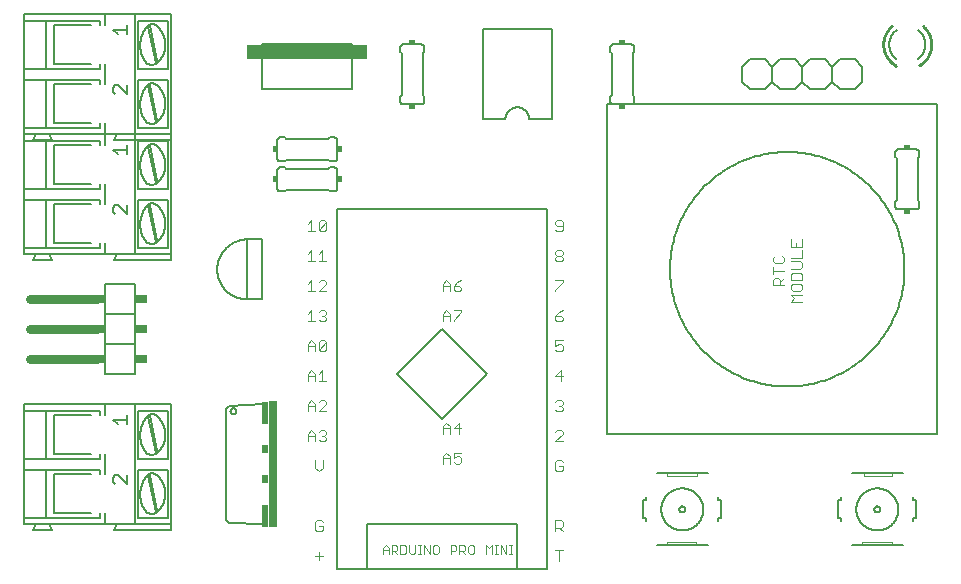
<source format=gto>
G75*
%MOIN*%
%OFA0B0*%
%FSLAX25Y25*%
%IPPOS*%
%LPD*%
%AMOC8*
5,1,8,0,0,1.08239X$1,22.5*
%
%ADD10C,0.00500*%
%ADD11R,0.03000X0.42000*%
%ADD12R,0.02000X0.07500*%
%ADD13R,0.02000X0.03000*%
%ADD14C,0.00600*%
%ADD15C,0.01000*%
%ADD16R,0.02000X0.01500*%
%ADD17C,0.00200*%
%ADD18C,0.03000*%
%ADD19R,0.04000X0.03000*%
%ADD20C,0.00300*%
%ADD21R,0.01500X0.02000*%
%ADD22R,0.40000X0.05000*%
D10*
X0031746Y0035597D02*
X0032497Y0034846D01*
X0031746Y0035597D02*
X0031746Y0037098D01*
X0032497Y0037849D01*
X0033247Y0037849D01*
X0036250Y0034846D01*
X0036250Y0037849D01*
X0036250Y0054846D02*
X0036250Y0057849D01*
X0036250Y0056347D02*
X0031746Y0056347D01*
X0033247Y0054846D01*
X0069500Y0060000D02*
X0070500Y0061000D01*
X0082000Y0061500D01*
X0070900Y0059200D02*
X0070902Y0059263D01*
X0070908Y0059325D01*
X0070918Y0059387D01*
X0070931Y0059449D01*
X0070949Y0059509D01*
X0070970Y0059568D01*
X0070995Y0059626D01*
X0071024Y0059682D01*
X0071056Y0059736D01*
X0071091Y0059788D01*
X0071129Y0059837D01*
X0071171Y0059885D01*
X0071215Y0059929D01*
X0071263Y0059971D01*
X0071312Y0060009D01*
X0071364Y0060044D01*
X0071418Y0060076D01*
X0071474Y0060105D01*
X0071532Y0060130D01*
X0071591Y0060151D01*
X0071651Y0060169D01*
X0071713Y0060182D01*
X0071775Y0060192D01*
X0071837Y0060198D01*
X0071900Y0060200D01*
X0071963Y0060198D01*
X0072025Y0060192D01*
X0072087Y0060182D01*
X0072149Y0060169D01*
X0072209Y0060151D01*
X0072268Y0060130D01*
X0072326Y0060105D01*
X0072382Y0060076D01*
X0072436Y0060044D01*
X0072488Y0060009D01*
X0072537Y0059971D01*
X0072585Y0059929D01*
X0072629Y0059885D01*
X0072671Y0059837D01*
X0072709Y0059788D01*
X0072744Y0059736D01*
X0072776Y0059682D01*
X0072805Y0059626D01*
X0072830Y0059568D01*
X0072851Y0059509D01*
X0072869Y0059449D01*
X0072882Y0059387D01*
X0072892Y0059325D01*
X0072898Y0059263D01*
X0072900Y0059200D01*
X0072898Y0059137D01*
X0072892Y0059075D01*
X0072882Y0059013D01*
X0072869Y0058951D01*
X0072851Y0058891D01*
X0072830Y0058832D01*
X0072805Y0058774D01*
X0072776Y0058718D01*
X0072744Y0058664D01*
X0072709Y0058612D01*
X0072671Y0058563D01*
X0072629Y0058515D01*
X0072585Y0058471D01*
X0072537Y0058429D01*
X0072488Y0058391D01*
X0072436Y0058356D01*
X0072382Y0058324D01*
X0072326Y0058295D01*
X0072268Y0058270D01*
X0072209Y0058249D01*
X0072149Y0058231D01*
X0072087Y0058218D01*
X0072025Y0058208D01*
X0071963Y0058202D01*
X0071900Y0058200D01*
X0071837Y0058202D01*
X0071775Y0058208D01*
X0071713Y0058218D01*
X0071651Y0058231D01*
X0071591Y0058249D01*
X0071532Y0058270D01*
X0071474Y0058295D01*
X0071418Y0058324D01*
X0071364Y0058356D01*
X0071312Y0058391D01*
X0071263Y0058429D01*
X0071215Y0058471D01*
X0071171Y0058515D01*
X0071129Y0058563D01*
X0071091Y0058612D01*
X0071056Y0058664D01*
X0071024Y0058718D01*
X0070995Y0058774D01*
X0070970Y0058832D01*
X0070949Y0058891D01*
X0070931Y0058951D01*
X0070918Y0059013D01*
X0070908Y0059075D01*
X0070902Y0059137D01*
X0070900Y0059200D01*
X0069500Y0060000D02*
X0069500Y0023000D01*
X0070500Y0022000D01*
X0082000Y0021500D01*
X0106500Y0006500D02*
X0116500Y0006500D01*
X0116500Y0021500D01*
X0166500Y0021500D01*
X0166500Y0006500D01*
X0176500Y0006500D01*
X0176500Y0126500D01*
X0106500Y0126500D01*
X0106500Y0006500D01*
X0116500Y0006500D02*
X0166500Y0006500D01*
X0196500Y0051500D02*
X0306500Y0051500D01*
X0306500Y0161500D01*
X0196500Y0161500D01*
X0196500Y0051500D01*
X0156500Y0071500D02*
X0141500Y0086500D01*
X0126500Y0071500D01*
X0141500Y0056500D01*
X0156500Y0071500D01*
X0081500Y0096500D02*
X0081500Y0116500D01*
X0076500Y0116500D01*
X0076500Y0096500D01*
X0081500Y0096500D01*
X0076500Y0096500D02*
X0076256Y0096503D01*
X0076013Y0096512D01*
X0075770Y0096527D01*
X0075527Y0096547D01*
X0075285Y0096574D01*
X0075044Y0096607D01*
X0074804Y0096645D01*
X0074564Y0096689D01*
X0074326Y0096739D01*
X0074089Y0096795D01*
X0073853Y0096857D01*
X0073619Y0096924D01*
X0073387Y0096997D01*
X0073156Y0097076D01*
X0072928Y0097160D01*
X0072701Y0097250D01*
X0072477Y0097345D01*
X0072255Y0097446D01*
X0072036Y0097552D01*
X0071820Y0097663D01*
X0071606Y0097780D01*
X0071395Y0097901D01*
X0071187Y0098028D01*
X0070982Y0098160D01*
X0070781Y0098297D01*
X0070583Y0098439D01*
X0070388Y0098585D01*
X0070197Y0098736D01*
X0070010Y0098892D01*
X0069827Y0099052D01*
X0069647Y0099217D01*
X0069472Y0099386D01*
X0069301Y0099559D01*
X0069134Y0099737D01*
X0068972Y0099918D01*
X0068814Y0100103D01*
X0068660Y0100292D01*
X0068511Y0100485D01*
X0068367Y0100681D01*
X0068228Y0100881D01*
X0068093Y0101084D01*
X0067964Y0101291D01*
X0067840Y0101500D01*
X0067721Y0101712D01*
X0067607Y0101928D01*
X0067498Y0102145D01*
X0067395Y0102366D01*
X0067297Y0102589D01*
X0067204Y0102814D01*
X0067117Y0103042D01*
X0067036Y0103271D01*
X0066960Y0103503D01*
X0066890Y0103736D01*
X0066825Y0103971D01*
X0066766Y0104207D01*
X0066713Y0104445D01*
X0066666Y0104684D01*
X0066625Y0104924D01*
X0066590Y0105165D01*
X0066560Y0105406D01*
X0066536Y0105649D01*
X0066519Y0105892D01*
X0066507Y0106135D01*
X0066501Y0106378D01*
X0066501Y0106622D01*
X0066507Y0106865D01*
X0066519Y0107108D01*
X0066536Y0107351D01*
X0066560Y0107594D01*
X0066590Y0107835D01*
X0066625Y0108076D01*
X0066666Y0108316D01*
X0066713Y0108555D01*
X0066766Y0108793D01*
X0066825Y0109029D01*
X0066890Y0109264D01*
X0066960Y0109497D01*
X0067036Y0109729D01*
X0067117Y0109958D01*
X0067204Y0110186D01*
X0067297Y0110411D01*
X0067395Y0110634D01*
X0067498Y0110855D01*
X0067607Y0111072D01*
X0067721Y0111288D01*
X0067840Y0111500D01*
X0067964Y0111709D01*
X0068093Y0111916D01*
X0068228Y0112119D01*
X0068367Y0112319D01*
X0068511Y0112515D01*
X0068660Y0112708D01*
X0068814Y0112897D01*
X0068972Y0113082D01*
X0069134Y0113263D01*
X0069301Y0113441D01*
X0069472Y0113614D01*
X0069647Y0113783D01*
X0069827Y0113948D01*
X0070010Y0114108D01*
X0070197Y0114264D01*
X0070388Y0114415D01*
X0070583Y0114561D01*
X0070781Y0114703D01*
X0070982Y0114840D01*
X0071187Y0114972D01*
X0071395Y0115099D01*
X0071606Y0115220D01*
X0071820Y0115337D01*
X0072036Y0115448D01*
X0072255Y0115554D01*
X0072477Y0115655D01*
X0072701Y0115750D01*
X0072928Y0115840D01*
X0073156Y0115924D01*
X0073387Y0116003D01*
X0073619Y0116076D01*
X0073853Y0116143D01*
X0074089Y0116205D01*
X0074326Y0116261D01*
X0074564Y0116311D01*
X0074804Y0116355D01*
X0075044Y0116393D01*
X0075285Y0116426D01*
X0075527Y0116453D01*
X0075770Y0116473D01*
X0076013Y0116488D01*
X0076256Y0116497D01*
X0076500Y0116500D01*
X0036250Y0124846D02*
X0033247Y0127849D01*
X0032497Y0127849D01*
X0031746Y0127098D01*
X0031746Y0125597D01*
X0032497Y0124846D01*
X0036250Y0124846D02*
X0036250Y0127849D01*
X0036250Y0144846D02*
X0036250Y0147849D01*
X0036250Y0146347D02*
X0031746Y0146347D01*
X0033247Y0144846D01*
X0032497Y0164846D02*
X0031746Y0165597D01*
X0031746Y0167098D01*
X0032497Y0167849D01*
X0033247Y0167849D01*
X0036250Y0164846D01*
X0036250Y0167849D01*
X0036250Y0184846D02*
X0036250Y0187849D01*
X0036250Y0186347D02*
X0031746Y0186347D01*
X0033247Y0184846D01*
X0081500Y0181500D02*
X0081500Y0166500D01*
X0111500Y0166500D01*
X0111500Y0181500D01*
X0081500Y0181500D01*
X0217449Y0106500D02*
X0217461Y0107458D01*
X0217496Y0108416D01*
X0217555Y0109373D01*
X0217637Y0110328D01*
X0217743Y0111280D01*
X0217872Y0112230D01*
X0218024Y0113176D01*
X0218199Y0114118D01*
X0218398Y0115056D01*
X0218619Y0115989D01*
X0218864Y0116915D01*
X0219131Y0117836D01*
X0219420Y0118750D01*
X0219732Y0119656D01*
X0220066Y0120554D01*
X0220422Y0121444D01*
X0220799Y0122325D01*
X0221198Y0123196D01*
X0221619Y0124058D01*
X0222060Y0124909D01*
X0222522Y0125748D01*
X0223005Y0126576D01*
X0223508Y0127392D01*
X0224030Y0128196D01*
X0224572Y0128986D01*
X0225134Y0129763D01*
X0225714Y0130525D01*
X0226313Y0131274D01*
X0226930Y0132007D01*
X0227565Y0132725D01*
X0228217Y0133427D01*
X0228887Y0134113D01*
X0229573Y0134783D01*
X0230275Y0135435D01*
X0230993Y0136070D01*
X0231726Y0136687D01*
X0232475Y0137286D01*
X0233237Y0137866D01*
X0234014Y0138428D01*
X0234804Y0138970D01*
X0235608Y0139492D01*
X0236424Y0139995D01*
X0237252Y0140478D01*
X0238091Y0140940D01*
X0238942Y0141381D01*
X0239804Y0141802D01*
X0240675Y0142201D01*
X0241556Y0142578D01*
X0242446Y0142934D01*
X0243344Y0143268D01*
X0244250Y0143580D01*
X0245164Y0143869D01*
X0246085Y0144136D01*
X0247011Y0144381D01*
X0247944Y0144602D01*
X0248882Y0144801D01*
X0249824Y0144976D01*
X0250770Y0145128D01*
X0251720Y0145257D01*
X0252672Y0145363D01*
X0253627Y0145445D01*
X0254584Y0145504D01*
X0255542Y0145539D01*
X0256500Y0145551D01*
X0257458Y0145539D01*
X0258416Y0145504D01*
X0259373Y0145445D01*
X0260328Y0145363D01*
X0261280Y0145257D01*
X0262230Y0145128D01*
X0263176Y0144976D01*
X0264118Y0144801D01*
X0265056Y0144602D01*
X0265989Y0144381D01*
X0266915Y0144136D01*
X0267836Y0143869D01*
X0268750Y0143580D01*
X0269656Y0143268D01*
X0270554Y0142934D01*
X0271444Y0142578D01*
X0272325Y0142201D01*
X0273196Y0141802D01*
X0274058Y0141381D01*
X0274909Y0140940D01*
X0275748Y0140478D01*
X0276576Y0139995D01*
X0277392Y0139492D01*
X0278196Y0138970D01*
X0278986Y0138428D01*
X0279763Y0137866D01*
X0280525Y0137286D01*
X0281274Y0136687D01*
X0282007Y0136070D01*
X0282725Y0135435D01*
X0283427Y0134783D01*
X0284113Y0134113D01*
X0284783Y0133427D01*
X0285435Y0132725D01*
X0286070Y0132007D01*
X0286687Y0131274D01*
X0287286Y0130525D01*
X0287866Y0129763D01*
X0288428Y0128986D01*
X0288970Y0128196D01*
X0289492Y0127392D01*
X0289995Y0126576D01*
X0290478Y0125748D01*
X0290940Y0124909D01*
X0291381Y0124058D01*
X0291802Y0123196D01*
X0292201Y0122325D01*
X0292578Y0121444D01*
X0292934Y0120554D01*
X0293268Y0119656D01*
X0293580Y0118750D01*
X0293869Y0117836D01*
X0294136Y0116915D01*
X0294381Y0115989D01*
X0294602Y0115056D01*
X0294801Y0114118D01*
X0294976Y0113176D01*
X0295128Y0112230D01*
X0295257Y0111280D01*
X0295363Y0110328D01*
X0295445Y0109373D01*
X0295504Y0108416D01*
X0295539Y0107458D01*
X0295551Y0106500D01*
X0295539Y0105542D01*
X0295504Y0104584D01*
X0295445Y0103627D01*
X0295363Y0102672D01*
X0295257Y0101720D01*
X0295128Y0100770D01*
X0294976Y0099824D01*
X0294801Y0098882D01*
X0294602Y0097944D01*
X0294381Y0097011D01*
X0294136Y0096085D01*
X0293869Y0095164D01*
X0293580Y0094250D01*
X0293268Y0093344D01*
X0292934Y0092446D01*
X0292578Y0091556D01*
X0292201Y0090675D01*
X0291802Y0089804D01*
X0291381Y0088942D01*
X0290940Y0088091D01*
X0290478Y0087252D01*
X0289995Y0086424D01*
X0289492Y0085608D01*
X0288970Y0084804D01*
X0288428Y0084014D01*
X0287866Y0083237D01*
X0287286Y0082475D01*
X0286687Y0081726D01*
X0286070Y0080993D01*
X0285435Y0080275D01*
X0284783Y0079573D01*
X0284113Y0078887D01*
X0283427Y0078217D01*
X0282725Y0077565D01*
X0282007Y0076930D01*
X0281274Y0076313D01*
X0280525Y0075714D01*
X0279763Y0075134D01*
X0278986Y0074572D01*
X0278196Y0074030D01*
X0277392Y0073508D01*
X0276576Y0073005D01*
X0275748Y0072522D01*
X0274909Y0072060D01*
X0274058Y0071619D01*
X0273196Y0071198D01*
X0272325Y0070799D01*
X0271444Y0070422D01*
X0270554Y0070066D01*
X0269656Y0069732D01*
X0268750Y0069420D01*
X0267836Y0069131D01*
X0266915Y0068864D01*
X0265989Y0068619D01*
X0265056Y0068398D01*
X0264118Y0068199D01*
X0263176Y0068024D01*
X0262230Y0067872D01*
X0261280Y0067743D01*
X0260328Y0067637D01*
X0259373Y0067555D01*
X0258416Y0067496D01*
X0257458Y0067461D01*
X0256500Y0067449D01*
X0255542Y0067461D01*
X0254584Y0067496D01*
X0253627Y0067555D01*
X0252672Y0067637D01*
X0251720Y0067743D01*
X0250770Y0067872D01*
X0249824Y0068024D01*
X0248882Y0068199D01*
X0247944Y0068398D01*
X0247011Y0068619D01*
X0246085Y0068864D01*
X0245164Y0069131D01*
X0244250Y0069420D01*
X0243344Y0069732D01*
X0242446Y0070066D01*
X0241556Y0070422D01*
X0240675Y0070799D01*
X0239804Y0071198D01*
X0238942Y0071619D01*
X0238091Y0072060D01*
X0237252Y0072522D01*
X0236424Y0073005D01*
X0235608Y0073508D01*
X0234804Y0074030D01*
X0234014Y0074572D01*
X0233237Y0075134D01*
X0232475Y0075714D01*
X0231726Y0076313D01*
X0230993Y0076930D01*
X0230275Y0077565D01*
X0229573Y0078217D01*
X0228887Y0078887D01*
X0228217Y0079573D01*
X0227565Y0080275D01*
X0226930Y0080993D01*
X0226313Y0081726D01*
X0225714Y0082475D01*
X0225134Y0083237D01*
X0224572Y0084014D01*
X0224030Y0084804D01*
X0223508Y0085608D01*
X0223005Y0086424D01*
X0222522Y0087252D01*
X0222060Y0088091D01*
X0221619Y0088942D01*
X0221198Y0089804D01*
X0220799Y0090675D01*
X0220422Y0091556D01*
X0220066Y0092446D01*
X0219732Y0093344D01*
X0219420Y0094250D01*
X0219131Y0095164D01*
X0218864Y0096085D01*
X0218619Y0097011D01*
X0218398Y0097944D01*
X0218199Y0098882D01*
X0218024Y0099824D01*
X0217872Y0100770D01*
X0217743Y0101720D01*
X0217637Y0102672D01*
X0217555Y0103627D01*
X0217496Y0104584D01*
X0217461Y0105542D01*
X0217449Y0106500D01*
D11*
X0085000Y0041500D03*
D12*
X0082500Y0058750D03*
X0082500Y0024250D03*
D13*
X0082500Y0036500D03*
X0082500Y0046500D03*
X0028000Y0076500D03*
X0028000Y0086500D03*
X0028000Y0096500D03*
D14*
X0011500Y0019500D02*
X0005000Y0019500D01*
X0006000Y0021500D01*
X0010500Y0021500D01*
X0029000Y0021500D01*
X0029000Y0025200D01*
X0027500Y0025200D02*
X0027500Y0023700D01*
X0009500Y0023700D01*
X0002000Y0023700D01*
X0002000Y0021500D01*
X0006000Y0021500D01*
X0009500Y0023700D02*
X0009500Y0039700D01*
X0027500Y0039700D01*
X0027500Y0038200D01*
X0029000Y0038200D02*
X0029000Y0044900D01*
X0027500Y0044900D02*
X0027500Y0043400D01*
X0009500Y0043400D01*
X0009500Y0059400D01*
X0002000Y0059400D01*
X0002000Y0043400D01*
X0002000Y0039700D01*
X0002000Y0023700D01*
X0010500Y0021500D02*
X0011500Y0019500D01*
X0012000Y0025200D02*
X0012000Y0038200D01*
X0024500Y0038200D01*
X0024500Y0044900D02*
X0012000Y0044900D01*
X0012000Y0057900D01*
X0024500Y0057900D01*
X0027500Y0057900D02*
X0027500Y0059400D01*
X0009500Y0059400D01*
X0002000Y0059400D02*
X0002000Y0061500D01*
X0029000Y0061500D01*
X0029000Y0057900D01*
X0029000Y0061500D02*
X0039000Y0061500D01*
X0051000Y0061500D01*
X0051000Y0021500D01*
X0051000Y0019500D01*
X0032000Y0019500D01*
X0033000Y0021500D01*
X0039000Y0021500D01*
X0039000Y0061500D01*
X0040000Y0059400D02*
X0050000Y0059400D01*
X0050000Y0043400D01*
X0040000Y0043400D01*
X0040000Y0059400D01*
X0043500Y0057300D02*
X0046000Y0045300D01*
X0046500Y0045800D02*
X0044000Y0057800D01*
X0042758Y0057034D02*
X0042807Y0057118D01*
X0042859Y0057199D01*
X0042914Y0057278D01*
X0042973Y0057355D01*
X0043034Y0057429D01*
X0043099Y0057501D01*
X0043167Y0057570D01*
X0043237Y0057636D01*
X0043310Y0057699D01*
X0043386Y0057759D01*
X0043464Y0057815D01*
X0043544Y0057869D01*
X0043626Y0057919D01*
X0043711Y0057966D01*
X0043797Y0058009D01*
X0043885Y0058049D01*
X0043975Y0058085D01*
X0044066Y0058117D01*
X0044158Y0058145D01*
X0044251Y0058170D01*
X0044345Y0058191D01*
X0044441Y0058207D01*
X0044536Y0058220D01*
X0044632Y0058229D01*
X0044729Y0058234D01*
X0044825Y0058235D01*
X0044922Y0058232D01*
X0045018Y0058225D01*
X0045114Y0058214D01*
X0045209Y0058199D01*
X0045304Y0058180D01*
X0045398Y0058157D01*
X0045490Y0058130D01*
X0045582Y0058100D01*
X0045672Y0058066D01*
X0045761Y0058028D01*
X0045848Y0057986D01*
X0045933Y0057941D01*
X0046017Y0057892D01*
X0046098Y0057840D01*
X0046177Y0057785D01*
X0046254Y0057726D01*
X0046328Y0057665D01*
X0046400Y0057600D01*
X0042900Y0057200D02*
X0042756Y0057016D01*
X0042616Y0056827D01*
X0042481Y0056636D01*
X0042351Y0056441D01*
X0042225Y0056243D01*
X0042105Y0056042D01*
X0041989Y0055838D01*
X0041878Y0055631D01*
X0041773Y0055422D01*
X0041672Y0055210D01*
X0041577Y0054996D01*
X0041487Y0054779D01*
X0041402Y0054560D01*
X0041323Y0054340D01*
X0041249Y0054117D01*
X0041180Y0053893D01*
X0041117Y0053667D01*
X0041060Y0053440D01*
X0041008Y0053211D01*
X0040962Y0052981D01*
X0040921Y0052750D01*
X0040886Y0052519D01*
X0040857Y0052286D01*
X0040833Y0052053D01*
X0040815Y0051819D01*
X0040803Y0051585D01*
X0040796Y0051350D01*
X0040795Y0051116D01*
X0040800Y0050882D01*
X0040811Y0050647D01*
X0040827Y0050413D01*
X0040849Y0050180D01*
X0040877Y0049947D01*
X0040910Y0049715D01*
X0040950Y0049484D01*
X0040994Y0049254D01*
X0041045Y0049025D01*
X0041100Y0048797D01*
X0041162Y0048571D01*
X0041229Y0048346D01*
X0041301Y0048123D01*
X0041379Y0047902D01*
X0041462Y0047683D01*
X0041551Y0047466D01*
X0041645Y0047251D01*
X0041744Y0047038D01*
X0041848Y0046828D01*
X0041957Y0046621D01*
X0042071Y0046416D01*
X0042191Y0046214D01*
X0042315Y0046015D01*
X0042444Y0045819D01*
X0042577Y0045627D01*
X0042716Y0045437D01*
X0042583Y0045620D02*
X0042652Y0045545D01*
X0042723Y0045473D01*
X0042797Y0045404D01*
X0042873Y0045338D01*
X0042952Y0045274D01*
X0043033Y0045214D01*
X0043116Y0045156D01*
X0043202Y0045102D01*
X0043289Y0045051D01*
X0043378Y0045003D01*
X0043470Y0044959D01*
X0043562Y0044918D01*
X0043656Y0044881D01*
X0043752Y0044847D01*
X0043848Y0044817D01*
X0043946Y0044791D01*
X0044045Y0044768D01*
X0044144Y0044749D01*
X0044244Y0044734D01*
X0044345Y0044722D01*
X0044446Y0044714D01*
X0044547Y0044711D01*
X0044648Y0044710D01*
X0044749Y0044714D01*
X0044850Y0044722D01*
X0044951Y0044733D01*
X0045051Y0044748D01*
X0045150Y0044767D01*
X0045249Y0044789D01*
X0045347Y0044816D01*
X0045444Y0044846D01*
X0045539Y0044879D01*
X0045633Y0044916D01*
X0045726Y0044957D01*
X0045817Y0045001D01*
X0045906Y0045049D01*
X0045994Y0045099D01*
X0046080Y0045153D01*
X0046163Y0045211D01*
X0046244Y0045271D01*
X0046323Y0045334D01*
X0046400Y0045401D01*
X0050000Y0039700D02*
X0040000Y0039700D01*
X0040000Y0023700D01*
X0050000Y0023700D01*
X0050000Y0039700D01*
X0044000Y0038100D02*
X0046500Y0026100D01*
X0046000Y0025600D02*
X0043500Y0037600D01*
X0042758Y0037334D02*
X0042807Y0037418D01*
X0042859Y0037499D01*
X0042914Y0037578D01*
X0042973Y0037655D01*
X0043034Y0037729D01*
X0043099Y0037801D01*
X0043167Y0037870D01*
X0043237Y0037936D01*
X0043310Y0037999D01*
X0043386Y0038059D01*
X0043464Y0038115D01*
X0043544Y0038169D01*
X0043626Y0038219D01*
X0043711Y0038266D01*
X0043797Y0038309D01*
X0043885Y0038349D01*
X0043975Y0038385D01*
X0044066Y0038417D01*
X0044158Y0038445D01*
X0044251Y0038470D01*
X0044345Y0038491D01*
X0044441Y0038507D01*
X0044536Y0038520D01*
X0044632Y0038529D01*
X0044729Y0038534D01*
X0044825Y0038535D01*
X0044922Y0038532D01*
X0045018Y0038525D01*
X0045114Y0038514D01*
X0045209Y0038499D01*
X0045304Y0038480D01*
X0045398Y0038457D01*
X0045490Y0038430D01*
X0045582Y0038400D01*
X0045672Y0038366D01*
X0045761Y0038328D01*
X0045848Y0038286D01*
X0045933Y0038241D01*
X0046017Y0038192D01*
X0046098Y0038140D01*
X0046177Y0038085D01*
X0046254Y0038026D01*
X0046328Y0037965D01*
X0046400Y0037900D01*
X0042900Y0037500D02*
X0042756Y0037315D01*
X0042616Y0037127D01*
X0042481Y0036935D01*
X0042351Y0036740D01*
X0042225Y0036542D01*
X0042104Y0036341D01*
X0041989Y0036137D01*
X0041878Y0035931D01*
X0041772Y0035721D01*
X0041672Y0035510D01*
X0041577Y0035295D01*
X0041487Y0035079D01*
X0041402Y0034860D01*
X0041323Y0034640D01*
X0041249Y0034417D01*
X0041180Y0034193D01*
X0041117Y0033967D01*
X0041060Y0033740D01*
X0041008Y0033511D01*
X0040962Y0033281D01*
X0040921Y0033050D01*
X0040886Y0032818D01*
X0040857Y0032586D01*
X0040833Y0032352D01*
X0040815Y0032119D01*
X0040803Y0031884D01*
X0040796Y0031650D01*
X0040795Y0031416D01*
X0040800Y0031181D01*
X0040811Y0030947D01*
X0040827Y0030713D01*
X0040849Y0030480D01*
X0040877Y0030247D01*
X0040911Y0030015D01*
X0040950Y0029784D01*
X0040994Y0029553D01*
X0041045Y0029324D01*
X0041101Y0029097D01*
X0041162Y0028870D01*
X0041229Y0028646D01*
X0041301Y0028423D01*
X0041379Y0028201D01*
X0041462Y0027982D01*
X0041551Y0027765D01*
X0041645Y0027550D01*
X0041744Y0027338D01*
X0041848Y0027128D01*
X0041957Y0026920D01*
X0042071Y0026716D01*
X0042191Y0026514D01*
X0042315Y0026315D01*
X0042444Y0026119D01*
X0042578Y0025926D01*
X0042716Y0025737D01*
X0042583Y0025920D02*
X0042652Y0025845D01*
X0042723Y0025773D01*
X0042797Y0025704D01*
X0042873Y0025638D01*
X0042952Y0025574D01*
X0043033Y0025514D01*
X0043116Y0025456D01*
X0043202Y0025402D01*
X0043289Y0025351D01*
X0043378Y0025303D01*
X0043470Y0025259D01*
X0043562Y0025218D01*
X0043656Y0025181D01*
X0043752Y0025147D01*
X0043848Y0025117D01*
X0043946Y0025091D01*
X0044045Y0025068D01*
X0044144Y0025049D01*
X0044244Y0025034D01*
X0044345Y0025022D01*
X0044446Y0025014D01*
X0044547Y0025011D01*
X0044648Y0025010D01*
X0044749Y0025014D01*
X0044850Y0025022D01*
X0044951Y0025033D01*
X0045051Y0025048D01*
X0045150Y0025067D01*
X0045249Y0025089D01*
X0045347Y0025116D01*
X0045444Y0025146D01*
X0045539Y0025179D01*
X0045633Y0025216D01*
X0045726Y0025257D01*
X0045817Y0025301D01*
X0045906Y0025349D01*
X0045994Y0025399D01*
X0046080Y0025453D01*
X0046163Y0025511D01*
X0046244Y0025571D01*
X0046323Y0025634D01*
X0046400Y0025701D01*
X0051000Y0021500D02*
X0039000Y0021500D01*
X0033000Y0021500D02*
X0029000Y0021500D01*
X0024500Y0025200D02*
X0012000Y0025200D01*
X0009500Y0039700D02*
X0002000Y0039700D01*
X0002000Y0043400D02*
X0009500Y0043400D01*
X0046417Y0045381D02*
X0046563Y0045512D01*
X0046707Y0045646D01*
X0046847Y0045784D01*
X0046984Y0045925D01*
X0047118Y0046069D01*
X0047248Y0046217D01*
X0047374Y0046367D01*
X0047496Y0046521D01*
X0047615Y0046677D01*
X0047730Y0046837D01*
X0047841Y0046999D01*
X0047949Y0047164D01*
X0048052Y0047331D01*
X0048151Y0047501D01*
X0048246Y0047673D01*
X0048336Y0047847D01*
X0048423Y0048024D01*
X0048505Y0048202D01*
X0048583Y0048383D01*
X0048656Y0048565D01*
X0048725Y0048749D01*
X0048789Y0048935D01*
X0048849Y0049122D01*
X0048905Y0049310D01*
X0048955Y0049500D01*
X0049002Y0049691D01*
X0049043Y0049883D01*
X0049080Y0050076D01*
X0049112Y0050270D01*
X0049140Y0050465D01*
X0049162Y0050660D01*
X0049180Y0050856D01*
X0049194Y0051052D01*
X0049202Y0051248D01*
X0049206Y0051445D01*
X0049205Y0051641D01*
X0049199Y0051838D01*
X0049188Y0052034D01*
X0049173Y0052230D01*
X0049153Y0052425D01*
X0049128Y0052620D01*
X0049099Y0052815D01*
X0049064Y0053008D01*
X0049026Y0053201D01*
X0048982Y0053393D01*
X0048934Y0053583D01*
X0048881Y0053772D01*
X0048824Y0053960D01*
X0048762Y0054147D01*
X0048695Y0054332D01*
X0048624Y0054515D01*
X0048549Y0054697D01*
X0048469Y0054876D01*
X0048385Y0055054D01*
X0048297Y0055230D01*
X0048205Y0055403D01*
X0048108Y0055574D01*
X0048007Y0055743D01*
X0047902Y0055909D01*
X0047793Y0056073D01*
X0047680Y0056234D01*
X0047564Y0056392D01*
X0047443Y0056547D01*
X0047319Y0056699D01*
X0047191Y0056848D01*
X0047060Y0056995D01*
X0046925Y0057137D01*
X0046786Y0057277D01*
X0046645Y0057413D01*
X0046500Y0057546D01*
X0046351Y0057675D01*
X0046200Y0057800D01*
X0039000Y0071500D02*
X0029000Y0071500D01*
X0029000Y0081500D01*
X0029000Y0091500D01*
X0029000Y0101500D01*
X0039000Y0101500D01*
X0039000Y0091500D01*
X0029000Y0091500D01*
X0039000Y0091500D02*
X0039000Y0081500D01*
X0029000Y0081500D01*
X0039000Y0081500D02*
X0039000Y0071500D01*
X0032000Y0109500D02*
X0033000Y0111500D01*
X0039000Y0111500D01*
X0039000Y0151500D01*
X0033000Y0151500D01*
X0029000Y0151500D01*
X0029000Y0155200D01*
X0027500Y0155200D02*
X0027500Y0153700D01*
X0009500Y0153700D01*
X0002000Y0153700D01*
X0002000Y0151500D01*
X0006000Y0151500D01*
X0010500Y0151500D01*
X0029000Y0151500D01*
X0029000Y0147900D01*
X0027500Y0147900D02*
X0027500Y0149400D01*
X0009500Y0149400D01*
X0002000Y0149400D01*
X0002000Y0133400D01*
X0002000Y0129700D01*
X0002000Y0113700D01*
X0009500Y0113700D01*
X0009500Y0129700D01*
X0027500Y0129700D01*
X0027500Y0128200D01*
X0029000Y0128200D02*
X0029000Y0134900D01*
X0027500Y0134900D02*
X0027500Y0133400D01*
X0009500Y0133400D01*
X0009500Y0149400D01*
X0011500Y0149500D02*
X0010500Y0151500D01*
X0011500Y0149500D02*
X0005000Y0149500D01*
X0006000Y0151500D01*
X0002000Y0151500D02*
X0002000Y0149400D01*
X0002000Y0151500D02*
X0029000Y0151500D01*
X0039000Y0151500D01*
X0039000Y0191500D01*
X0051000Y0191500D01*
X0051000Y0151500D01*
X0051000Y0149500D01*
X0032000Y0149500D01*
X0033000Y0151500D01*
X0039000Y0151500D02*
X0051000Y0151500D01*
X0039000Y0151500D01*
X0040000Y0149400D02*
X0050000Y0149400D01*
X0050000Y0133400D01*
X0040000Y0133400D01*
X0040000Y0149400D01*
X0043500Y0147300D02*
X0046000Y0135300D01*
X0046500Y0135800D02*
X0044000Y0147800D01*
X0042758Y0147034D02*
X0042807Y0147118D01*
X0042859Y0147199D01*
X0042914Y0147278D01*
X0042973Y0147355D01*
X0043034Y0147429D01*
X0043099Y0147501D01*
X0043167Y0147570D01*
X0043237Y0147636D01*
X0043310Y0147699D01*
X0043386Y0147759D01*
X0043464Y0147815D01*
X0043544Y0147869D01*
X0043626Y0147919D01*
X0043711Y0147966D01*
X0043797Y0148009D01*
X0043885Y0148049D01*
X0043975Y0148085D01*
X0044066Y0148117D01*
X0044158Y0148145D01*
X0044251Y0148170D01*
X0044345Y0148191D01*
X0044441Y0148207D01*
X0044536Y0148220D01*
X0044632Y0148229D01*
X0044729Y0148234D01*
X0044825Y0148235D01*
X0044922Y0148232D01*
X0045018Y0148225D01*
X0045114Y0148214D01*
X0045209Y0148199D01*
X0045304Y0148180D01*
X0045398Y0148157D01*
X0045490Y0148130D01*
X0045582Y0148100D01*
X0045672Y0148066D01*
X0045761Y0148028D01*
X0045848Y0147986D01*
X0045933Y0147941D01*
X0046017Y0147892D01*
X0046098Y0147840D01*
X0046177Y0147785D01*
X0046254Y0147726D01*
X0046328Y0147665D01*
X0046400Y0147600D01*
X0051000Y0151500D02*
X0051000Y0111500D01*
X0051000Y0109500D01*
X0032000Y0109500D01*
X0033000Y0111500D02*
X0029000Y0111500D01*
X0029000Y0115200D01*
X0027500Y0115200D02*
X0027500Y0113700D01*
X0009500Y0113700D01*
X0012000Y0115200D02*
X0012000Y0128200D01*
X0024500Y0128200D01*
X0024500Y0134900D02*
X0012000Y0134900D01*
X0012000Y0147900D01*
X0024500Y0147900D01*
X0024500Y0155200D02*
X0012000Y0155200D01*
X0012000Y0168200D01*
X0024500Y0168200D01*
X0027500Y0168200D02*
X0027500Y0169700D01*
X0009500Y0169700D01*
X0009500Y0153700D01*
X0002000Y0153700D02*
X0002000Y0169700D01*
X0002000Y0173400D01*
X0002000Y0189400D01*
X0009500Y0189400D01*
X0009500Y0173400D01*
X0027500Y0173400D01*
X0027500Y0174900D01*
X0029000Y0174900D02*
X0029000Y0168200D01*
X0024500Y0174900D02*
X0012000Y0174900D01*
X0012000Y0187900D01*
X0024500Y0187900D01*
X0027500Y0187900D02*
X0027500Y0189400D01*
X0009500Y0189400D01*
X0002000Y0189400D02*
X0002000Y0191500D01*
X0029000Y0191500D01*
X0029000Y0187900D01*
X0029000Y0191500D02*
X0039000Y0191500D01*
X0040000Y0189400D02*
X0050000Y0189400D01*
X0050000Y0173400D01*
X0040000Y0173400D01*
X0040000Y0189400D01*
X0043500Y0187300D02*
X0046000Y0175300D01*
X0046500Y0175800D02*
X0044000Y0187800D01*
X0042758Y0187034D02*
X0042807Y0187118D01*
X0042859Y0187199D01*
X0042914Y0187278D01*
X0042973Y0187355D01*
X0043034Y0187429D01*
X0043099Y0187501D01*
X0043167Y0187570D01*
X0043237Y0187636D01*
X0043310Y0187699D01*
X0043386Y0187759D01*
X0043464Y0187815D01*
X0043544Y0187869D01*
X0043626Y0187919D01*
X0043711Y0187966D01*
X0043797Y0188009D01*
X0043885Y0188049D01*
X0043975Y0188085D01*
X0044066Y0188117D01*
X0044158Y0188145D01*
X0044251Y0188170D01*
X0044345Y0188191D01*
X0044441Y0188207D01*
X0044536Y0188220D01*
X0044632Y0188229D01*
X0044729Y0188234D01*
X0044825Y0188235D01*
X0044922Y0188232D01*
X0045018Y0188225D01*
X0045114Y0188214D01*
X0045209Y0188199D01*
X0045304Y0188180D01*
X0045398Y0188157D01*
X0045490Y0188130D01*
X0045582Y0188100D01*
X0045672Y0188066D01*
X0045761Y0188028D01*
X0045848Y0187986D01*
X0045933Y0187941D01*
X0046017Y0187892D01*
X0046098Y0187840D01*
X0046177Y0187785D01*
X0046254Y0187726D01*
X0046328Y0187665D01*
X0046400Y0187600D01*
X0042900Y0187200D02*
X0042756Y0187016D01*
X0042616Y0186827D01*
X0042481Y0186636D01*
X0042351Y0186441D01*
X0042225Y0186243D01*
X0042105Y0186042D01*
X0041989Y0185838D01*
X0041878Y0185631D01*
X0041773Y0185422D01*
X0041672Y0185210D01*
X0041577Y0184996D01*
X0041487Y0184779D01*
X0041402Y0184560D01*
X0041323Y0184340D01*
X0041249Y0184117D01*
X0041180Y0183893D01*
X0041117Y0183667D01*
X0041060Y0183440D01*
X0041008Y0183211D01*
X0040962Y0182981D01*
X0040921Y0182750D01*
X0040886Y0182519D01*
X0040857Y0182286D01*
X0040833Y0182053D01*
X0040815Y0181819D01*
X0040803Y0181585D01*
X0040796Y0181350D01*
X0040795Y0181116D01*
X0040800Y0180882D01*
X0040811Y0180647D01*
X0040827Y0180413D01*
X0040849Y0180180D01*
X0040877Y0179947D01*
X0040910Y0179715D01*
X0040950Y0179484D01*
X0040994Y0179254D01*
X0041045Y0179025D01*
X0041100Y0178797D01*
X0041162Y0178571D01*
X0041229Y0178346D01*
X0041301Y0178123D01*
X0041379Y0177902D01*
X0041462Y0177683D01*
X0041551Y0177466D01*
X0041645Y0177251D01*
X0041744Y0177038D01*
X0041848Y0176828D01*
X0041957Y0176621D01*
X0042071Y0176416D01*
X0042191Y0176214D01*
X0042315Y0176015D01*
X0042444Y0175819D01*
X0042577Y0175627D01*
X0042716Y0175437D01*
X0042583Y0175620D02*
X0042652Y0175545D01*
X0042723Y0175473D01*
X0042797Y0175404D01*
X0042873Y0175338D01*
X0042952Y0175274D01*
X0043033Y0175214D01*
X0043116Y0175156D01*
X0043202Y0175102D01*
X0043289Y0175051D01*
X0043378Y0175003D01*
X0043470Y0174959D01*
X0043562Y0174918D01*
X0043656Y0174881D01*
X0043752Y0174847D01*
X0043848Y0174817D01*
X0043946Y0174791D01*
X0044045Y0174768D01*
X0044144Y0174749D01*
X0044244Y0174734D01*
X0044345Y0174722D01*
X0044446Y0174714D01*
X0044547Y0174711D01*
X0044648Y0174710D01*
X0044749Y0174714D01*
X0044850Y0174722D01*
X0044951Y0174733D01*
X0045051Y0174748D01*
X0045150Y0174767D01*
X0045249Y0174789D01*
X0045347Y0174816D01*
X0045444Y0174846D01*
X0045539Y0174879D01*
X0045633Y0174916D01*
X0045726Y0174957D01*
X0045817Y0175001D01*
X0045906Y0175049D01*
X0045994Y0175099D01*
X0046080Y0175153D01*
X0046163Y0175211D01*
X0046244Y0175271D01*
X0046323Y0175334D01*
X0046400Y0175401D01*
X0050000Y0169700D02*
X0040000Y0169700D01*
X0040000Y0153700D01*
X0050000Y0153700D01*
X0050000Y0169700D01*
X0044000Y0168100D02*
X0046500Y0156100D01*
X0046000Y0155600D02*
X0043500Y0167600D01*
X0042758Y0167334D02*
X0042807Y0167418D01*
X0042859Y0167499D01*
X0042914Y0167578D01*
X0042973Y0167655D01*
X0043034Y0167729D01*
X0043099Y0167801D01*
X0043167Y0167870D01*
X0043237Y0167936D01*
X0043310Y0167999D01*
X0043386Y0168059D01*
X0043464Y0168115D01*
X0043544Y0168169D01*
X0043626Y0168219D01*
X0043711Y0168266D01*
X0043797Y0168309D01*
X0043885Y0168349D01*
X0043975Y0168385D01*
X0044066Y0168417D01*
X0044158Y0168445D01*
X0044251Y0168470D01*
X0044345Y0168491D01*
X0044441Y0168507D01*
X0044536Y0168520D01*
X0044632Y0168529D01*
X0044729Y0168534D01*
X0044825Y0168535D01*
X0044922Y0168532D01*
X0045018Y0168525D01*
X0045114Y0168514D01*
X0045209Y0168499D01*
X0045304Y0168480D01*
X0045398Y0168457D01*
X0045490Y0168430D01*
X0045582Y0168400D01*
X0045672Y0168366D01*
X0045761Y0168328D01*
X0045848Y0168286D01*
X0045933Y0168241D01*
X0046017Y0168192D01*
X0046098Y0168140D01*
X0046177Y0168085D01*
X0046254Y0168026D01*
X0046328Y0167965D01*
X0046400Y0167900D01*
X0042900Y0167500D02*
X0042756Y0167315D01*
X0042616Y0167127D01*
X0042481Y0166935D01*
X0042351Y0166740D01*
X0042225Y0166542D01*
X0042104Y0166341D01*
X0041989Y0166137D01*
X0041878Y0165931D01*
X0041772Y0165721D01*
X0041672Y0165510D01*
X0041577Y0165295D01*
X0041487Y0165079D01*
X0041402Y0164860D01*
X0041323Y0164640D01*
X0041249Y0164417D01*
X0041180Y0164193D01*
X0041117Y0163967D01*
X0041060Y0163740D01*
X0041008Y0163511D01*
X0040962Y0163281D01*
X0040921Y0163050D01*
X0040886Y0162818D01*
X0040857Y0162586D01*
X0040833Y0162352D01*
X0040815Y0162119D01*
X0040803Y0161884D01*
X0040796Y0161650D01*
X0040795Y0161416D01*
X0040800Y0161181D01*
X0040811Y0160947D01*
X0040827Y0160713D01*
X0040849Y0160480D01*
X0040877Y0160247D01*
X0040911Y0160015D01*
X0040950Y0159784D01*
X0040994Y0159553D01*
X0041045Y0159324D01*
X0041101Y0159097D01*
X0041162Y0158870D01*
X0041229Y0158646D01*
X0041301Y0158423D01*
X0041379Y0158201D01*
X0041462Y0157982D01*
X0041551Y0157765D01*
X0041645Y0157550D01*
X0041744Y0157338D01*
X0041848Y0157128D01*
X0041957Y0156920D01*
X0042071Y0156716D01*
X0042191Y0156514D01*
X0042315Y0156315D01*
X0042444Y0156119D01*
X0042578Y0155926D01*
X0042716Y0155737D01*
X0042583Y0155920D02*
X0042652Y0155845D01*
X0042723Y0155773D01*
X0042797Y0155704D01*
X0042873Y0155638D01*
X0042952Y0155574D01*
X0043033Y0155514D01*
X0043116Y0155456D01*
X0043202Y0155402D01*
X0043289Y0155351D01*
X0043378Y0155303D01*
X0043470Y0155259D01*
X0043562Y0155218D01*
X0043656Y0155181D01*
X0043752Y0155147D01*
X0043848Y0155117D01*
X0043946Y0155091D01*
X0044045Y0155068D01*
X0044144Y0155049D01*
X0044244Y0155034D01*
X0044345Y0155022D01*
X0044446Y0155014D01*
X0044547Y0155011D01*
X0044648Y0155010D01*
X0044749Y0155014D01*
X0044850Y0155022D01*
X0044951Y0155033D01*
X0045051Y0155048D01*
X0045150Y0155067D01*
X0045249Y0155089D01*
X0045347Y0155116D01*
X0045444Y0155146D01*
X0045539Y0155179D01*
X0045633Y0155216D01*
X0045726Y0155257D01*
X0045817Y0155301D01*
X0045906Y0155349D01*
X0045994Y0155399D01*
X0046080Y0155453D01*
X0046163Y0155511D01*
X0046244Y0155571D01*
X0046323Y0155634D01*
X0046400Y0155701D01*
X0046416Y0155682D02*
X0046562Y0155812D01*
X0046706Y0155946D01*
X0046846Y0156084D01*
X0046983Y0156225D01*
X0047117Y0156369D01*
X0047246Y0156517D01*
X0047373Y0156667D01*
X0047495Y0156821D01*
X0047614Y0156977D01*
X0047729Y0157137D01*
X0047840Y0157299D01*
X0047947Y0157464D01*
X0048051Y0157631D01*
X0048150Y0157801D01*
X0048244Y0157973D01*
X0048335Y0158147D01*
X0048422Y0158324D01*
X0048504Y0158502D01*
X0048581Y0158683D01*
X0048655Y0158865D01*
X0048724Y0159049D01*
X0048788Y0159234D01*
X0048848Y0159422D01*
X0048904Y0159610D01*
X0048954Y0159800D01*
X0049001Y0159991D01*
X0049042Y0160183D01*
X0049079Y0160376D01*
X0049111Y0160570D01*
X0049139Y0160765D01*
X0049161Y0160960D01*
X0049179Y0161155D01*
X0049193Y0161351D01*
X0049201Y0161548D01*
X0049205Y0161744D01*
X0049204Y0161941D01*
X0049198Y0162137D01*
X0049187Y0162333D01*
X0049172Y0162529D01*
X0049152Y0162725D01*
X0049127Y0162920D01*
X0049098Y0163114D01*
X0049064Y0163308D01*
X0049025Y0163500D01*
X0048981Y0163692D01*
X0048933Y0163882D01*
X0048880Y0164072D01*
X0048823Y0164260D01*
X0048761Y0164446D01*
X0048694Y0164631D01*
X0048624Y0164814D01*
X0048548Y0164996D01*
X0048469Y0165175D01*
X0048385Y0165353D01*
X0048296Y0165529D01*
X0048204Y0165702D01*
X0048107Y0165873D01*
X0048006Y0166042D01*
X0047901Y0166208D01*
X0047793Y0166372D01*
X0047680Y0166533D01*
X0047563Y0166691D01*
X0047443Y0166846D01*
X0047318Y0166998D01*
X0047191Y0167147D01*
X0047059Y0167294D01*
X0046924Y0167436D01*
X0046786Y0167576D01*
X0046644Y0167712D01*
X0046499Y0167845D01*
X0046351Y0167974D01*
X0046200Y0168099D01*
X0046417Y0175381D02*
X0046563Y0175512D01*
X0046707Y0175646D01*
X0046847Y0175784D01*
X0046984Y0175925D01*
X0047118Y0176069D01*
X0047248Y0176217D01*
X0047374Y0176367D01*
X0047496Y0176521D01*
X0047615Y0176677D01*
X0047730Y0176837D01*
X0047841Y0176999D01*
X0047949Y0177164D01*
X0048052Y0177331D01*
X0048151Y0177501D01*
X0048246Y0177673D01*
X0048336Y0177847D01*
X0048423Y0178024D01*
X0048505Y0178202D01*
X0048583Y0178383D01*
X0048656Y0178565D01*
X0048725Y0178749D01*
X0048789Y0178935D01*
X0048849Y0179122D01*
X0048905Y0179310D01*
X0048955Y0179500D01*
X0049002Y0179691D01*
X0049043Y0179883D01*
X0049080Y0180076D01*
X0049112Y0180270D01*
X0049140Y0180465D01*
X0049162Y0180660D01*
X0049180Y0180856D01*
X0049194Y0181052D01*
X0049202Y0181248D01*
X0049206Y0181445D01*
X0049205Y0181641D01*
X0049199Y0181838D01*
X0049188Y0182034D01*
X0049173Y0182230D01*
X0049153Y0182425D01*
X0049128Y0182620D01*
X0049099Y0182815D01*
X0049064Y0183008D01*
X0049026Y0183201D01*
X0048982Y0183393D01*
X0048934Y0183583D01*
X0048881Y0183772D01*
X0048824Y0183960D01*
X0048762Y0184147D01*
X0048695Y0184332D01*
X0048624Y0184515D01*
X0048549Y0184697D01*
X0048469Y0184876D01*
X0048385Y0185054D01*
X0048297Y0185230D01*
X0048205Y0185403D01*
X0048108Y0185574D01*
X0048007Y0185743D01*
X0047902Y0185909D01*
X0047793Y0186073D01*
X0047680Y0186234D01*
X0047564Y0186392D01*
X0047443Y0186547D01*
X0047319Y0186699D01*
X0047191Y0186848D01*
X0047060Y0186995D01*
X0046925Y0187137D01*
X0046786Y0187277D01*
X0046645Y0187413D01*
X0046500Y0187546D01*
X0046351Y0187675D01*
X0046200Y0187800D01*
X0009500Y0173400D02*
X0002000Y0173400D01*
X0002000Y0169700D02*
X0009500Y0169700D01*
X0046200Y0147800D02*
X0046351Y0147675D01*
X0046500Y0147546D01*
X0046645Y0147413D01*
X0046786Y0147277D01*
X0046925Y0147137D01*
X0047060Y0146995D01*
X0047191Y0146848D01*
X0047319Y0146699D01*
X0047443Y0146547D01*
X0047564Y0146392D01*
X0047680Y0146234D01*
X0047793Y0146073D01*
X0047902Y0145909D01*
X0048007Y0145743D01*
X0048108Y0145574D01*
X0048205Y0145403D01*
X0048297Y0145230D01*
X0048385Y0145054D01*
X0048469Y0144876D01*
X0048549Y0144697D01*
X0048624Y0144515D01*
X0048695Y0144332D01*
X0048762Y0144147D01*
X0048824Y0143960D01*
X0048881Y0143772D01*
X0048934Y0143583D01*
X0048982Y0143393D01*
X0049026Y0143201D01*
X0049064Y0143008D01*
X0049099Y0142815D01*
X0049128Y0142620D01*
X0049153Y0142425D01*
X0049173Y0142230D01*
X0049188Y0142034D01*
X0049199Y0141838D01*
X0049205Y0141641D01*
X0049206Y0141445D01*
X0049202Y0141248D01*
X0049194Y0141052D01*
X0049180Y0140856D01*
X0049162Y0140660D01*
X0049140Y0140465D01*
X0049112Y0140270D01*
X0049080Y0140076D01*
X0049043Y0139883D01*
X0049002Y0139691D01*
X0048955Y0139500D01*
X0048905Y0139310D01*
X0048849Y0139122D01*
X0048789Y0138935D01*
X0048725Y0138749D01*
X0048656Y0138565D01*
X0048583Y0138383D01*
X0048505Y0138202D01*
X0048423Y0138024D01*
X0048336Y0137847D01*
X0048246Y0137673D01*
X0048151Y0137501D01*
X0048052Y0137331D01*
X0047949Y0137164D01*
X0047841Y0136999D01*
X0047730Y0136837D01*
X0047615Y0136677D01*
X0047496Y0136521D01*
X0047374Y0136367D01*
X0047248Y0136217D01*
X0047118Y0136069D01*
X0046984Y0135925D01*
X0046847Y0135784D01*
X0046707Y0135646D01*
X0046563Y0135512D01*
X0046417Y0135381D01*
X0046400Y0135401D02*
X0046323Y0135334D01*
X0046244Y0135271D01*
X0046163Y0135211D01*
X0046080Y0135153D01*
X0045994Y0135099D01*
X0045906Y0135049D01*
X0045817Y0135001D01*
X0045726Y0134957D01*
X0045633Y0134916D01*
X0045539Y0134879D01*
X0045444Y0134846D01*
X0045347Y0134816D01*
X0045249Y0134789D01*
X0045150Y0134767D01*
X0045051Y0134748D01*
X0044951Y0134733D01*
X0044850Y0134722D01*
X0044749Y0134714D01*
X0044648Y0134710D01*
X0044547Y0134711D01*
X0044446Y0134714D01*
X0044345Y0134722D01*
X0044244Y0134734D01*
X0044144Y0134749D01*
X0044045Y0134768D01*
X0043946Y0134791D01*
X0043848Y0134817D01*
X0043752Y0134847D01*
X0043656Y0134881D01*
X0043562Y0134918D01*
X0043470Y0134959D01*
X0043378Y0135003D01*
X0043289Y0135051D01*
X0043202Y0135102D01*
X0043116Y0135156D01*
X0043033Y0135214D01*
X0042952Y0135274D01*
X0042873Y0135338D01*
X0042797Y0135404D01*
X0042723Y0135473D01*
X0042652Y0135545D01*
X0042583Y0135620D01*
X0040000Y0129700D02*
X0040000Y0113700D01*
X0050000Y0113700D01*
X0050000Y0129700D01*
X0040000Y0129700D01*
X0043500Y0127600D02*
X0046000Y0115600D01*
X0046500Y0116100D02*
X0044000Y0128100D01*
X0042758Y0127334D02*
X0042807Y0127418D01*
X0042859Y0127499D01*
X0042914Y0127578D01*
X0042973Y0127655D01*
X0043034Y0127729D01*
X0043099Y0127801D01*
X0043167Y0127870D01*
X0043237Y0127936D01*
X0043310Y0127999D01*
X0043386Y0128059D01*
X0043464Y0128115D01*
X0043544Y0128169D01*
X0043626Y0128219D01*
X0043711Y0128266D01*
X0043797Y0128309D01*
X0043885Y0128349D01*
X0043975Y0128385D01*
X0044066Y0128417D01*
X0044158Y0128445D01*
X0044251Y0128470D01*
X0044345Y0128491D01*
X0044441Y0128507D01*
X0044536Y0128520D01*
X0044632Y0128529D01*
X0044729Y0128534D01*
X0044825Y0128535D01*
X0044922Y0128532D01*
X0045018Y0128525D01*
X0045114Y0128514D01*
X0045209Y0128499D01*
X0045304Y0128480D01*
X0045398Y0128457D01*
X0045490Y0128430D01*
X0045582Y0128400D01*
X0045672Y0128366D01*
X0045761Y0128328D01*
X0045848Y0128286D01*
X0045933Y0128241D01*
X0046017Y0128192D01*
X0046098Y0128140D01*
X0046177Y0128085D01*
X0046254Y0128026D01*
X0046328Y0127965D01*
X0046400Y0127900D01*
X0046200Y0128099D02*
X0046351Y0127974D01*
X0046499Y0127845D01*
X0046644Y0127712D01*
X0046786Y0127576D01*
X0046924Y0127436D01*
X0047059Y0127294D01*
X0047191Y0127147D01*
X0047318Y0126998D01*
X0047443Y0126846D01*
X0047563Y0126691D01*
X0047680Y0126533D01*
X0047793Y0126372D01*
X0047901Y0126208D01*
X0048006Y0126042D01*
X0048107Y0125873D01*
X0048204Y0125702D01*
X0048296Y0125529D01*
X0048385Y0125353D01*
X0048469Y0125175D01*
X0048548Y0124996D01*
X0048624Y0124814D01*
X0048694Y0124631D01*
X0048761Y0124446D01*
X0048823Y0124260D01*
X0048880Y0124072D01*
X0048933Y0123882D01*
X0048981Y0123692D01*
X0049025Y0123500D01*
X0049064Y0123308D01*
X0049098Y0123114D01*
X0049127Y0122920D01*
X0049152Y0122725D01*
X0049172Y0122529D01*
X0049187Y0122333D01*
X0049198Y0122137D01*
X0049204Y0121941D01*
X0049205Y0121744D01*
X0049201Y0121548D01*
X0049193Y0121351D01*
X0049179Y0121155D01*
X0049161Y0120960D01*
X0049139Y0120765D01*
X0049111Y0120570D01*
X0049079Y0120376D01*
X0049042Y0120183D01*
X0049001Y0119991D01*
X0048954Y0119800D01*
X0048904Y0119610D01*
X0048848Y0119422D01*
X0048788Y0119234D01*
X0048724Y0119049D01*
X0048655Y0118865D01*
X0048581Y0118683D01*
X0048504Y0118502D01*
X0048422Y0118324D01*
X0048335Y0118147D01*
X0048244Y0117973D01*
X0048150Y0117801D01*
X0048051Y0117631D01*
X0047947Y0117464D01*
X0047840Y0117299D01*
X0047729Y0117137D01*
X0047614Y0116977D01*
X0047495Y0116821D01*
X0047373Y0116667D01*
X0047246Y0116517D01*
X0047117Y0116369D01*
X0046983Y0116225D01*
X0046846Y0116084D01*
X0046706Y0115946D01*
X0046562Y0115812D01*
X0046416Y0115682D01*
X0046400Y0115701D02*
X0046323Y0115634D01*
X0046244Y0115571D01*
X0046163Y0115511D01*
X0046080Y0115453D01*
X0045994Y0115399D01*
X0045906Y0115349D01*
X0045817Y0115301D01*
X0045726Y0115257D01*
X0045633Y0115216D01*
X0045539Y0115179D01*
X0045444Y0115146D01*
X0045347Y0115116D01*
X0045249Y0115089D01*
X0045150Y0115067D01*
X0045051Y0115048D01*
X0044951Y0115033D01*
X0044850Y0115022D01*
X0044749Y0115014D01*
X0044648Y0115010D01*
X0044547Y0115011D01*
X0044446Y0115014D01*
X0044345Y0115022D01*
X0044244Y0115034D01*
X0044144Y0115049D01*
X0044045Y0115068D01*
X0043946Y0115091D01*
X0043848Y0115117D01*
X0043752Y0115147D01*
X0043656Y0115181D01*
X0043562Y0115218D01*
X0043470Y0115259D01*
X0043378Y0115303D01*
X0043289Y0115351D01*
X0043202Y0115402D01*
X0043116Y0115456D01*
X0043033Y0115514D01*
X0042952Y0115574D01*
X0042873Y0115638D01*
X0042797Y0115704D01*
X0042723Y0115773D01*
X0042652Y0115845D01*
X0042583Y0115920D01*
X0042716Y0115737D02*
X0042578Y0115926D01*
X0042444Y0116119D01*
X0042315Y0116315D01*
X0042191Y0116514D01*
X0042071Y0116716D01*
X0041957Y0116920D01*
X0041848Y0117128D01*
X0041744Y0117338D01*
X0041645Y0117550D01*
X0041551Y0117765D01*
X0041462Y0117982D01*
X0041379Y0118201D01*
X0041301Y0118423D01*
X0041229Y0118646D01*
X0041162Y0118870D01*
X0041101Y0119097D01*
X0041045Y0119324D01*
X0040994Y0119553D01*
X0040950Y0119784D01*
X0040911Y0120015D01*
X0040877Y0120247D01*
X0040849Y0120480D01*
X0040827Y0120713D01*
X0040811Y0120947D01*
X0040800Y0121181D01*
X0040795Y0121416D01*
X0040796Y0121650D01*
X0040803Y0121884D01*
X0040815Y0122119D01*
X0040833Y0122352D01*
X0040857Y0122586D01*
X0040886Y0122818D01*
X0040921Y0123050D01*
X0040962Y0123281D01*
X0041008Y0123511D01*
X0041060Y0123740D01*
X0041117Y0123967D01*
X0041180Y0124193D01*
X0041249Y0124417D01*
X0041323Y0124640D01*
X0041402Y0124860D01*
X0041487Y0125079D01*
X0041577Y0125295D01*
X0041672Y0125510D01*
X0041772Y0125721D01*
X0041878Y0125931D01*
X0041989Y0126137D01*
X0042104Y0126341D01*
X0042225Y0126542D01*
X0042351Y0126740D01*
X0042481Y0126935D01*
X0042616Y0127127D01*
X0042756Y0127315D01*
X0042900Y0127500D01*
X0024500Y0115200D02*
X0012000Y0115200D01*
X0010500Y0111500D02*
X0006000Y0111500D01*
X0002000Y0111500D01*
X0002000Y0113700D01*
X0006000Y0111500D02*
X0005000Y0109500D01*
X0011500Y0109500D01*
X0010500Y0111500D01*
X0029000Y0111500D01*
X0039000Y0111500D02*
X0051000Y0111500D01*
X0086500Y0133500D02*
X0086500Y0139500D01*
X0086502Y0139560D01*
X0086507Y0139621D01*
X0086516Y0139680D01*
X0086529Y0139739D01*
X0086545Y0139798D01*
X0086565Y0139855D01*
X0086588Y0139910D01*
X0086615Y0139965D01*
X0086644Y0140017D01*
X0086677Y0140068D01*
X0086713Y0140117D01*
X0086751Y0140163D01*
X0086793Y0140207D01*
X0086837Y0140249D01*
X0086883Y0140287D01*
X0086932Y0140323D01*
X0086983Y0140356D01*
X0087035Y0140385D01*
X0087090Y0140412D01*
X0087145Y0140435D01*
X0087202Y0140455D01*
X0087261Y0140471D01*
X0087320Y0140484D01*
X0087379Y0140493D01*
X0087440Y0140498D01*
X0087500Y0140500D01*
X0089000Y0140500D01*
X0089500Y0140000D01*
X0103500Y0140000D01*
X0104000Y0140500D01*
X0105500Y0140500D01*
X0105560Y0140498D01*
X0105621Y0140493D01*
X0105680Y0140484D01*
X0105739Y0140471D01*
X0105798Y0140455D01*
X0105855Y0140435D01*
X0105910Y0140412D01*
X0105965Y0140385D01*
X0106017Y0140356D01*
X0106068Y0140323D01*
X0106117Y0140287D01*
X0106163Y0140249D01*
X0106207Y0140207D01*
X0106249Y0140163D01*
X0106287Y0140117D01*
X0106323Y0140068D01*
X0106356Y0140017D01*
X0106385Y0139965D01*
X0106412Y0139910D01*
X0106435Y0139855D01*
X0106455Y0139798D01*
X0106471Y0139739D01*
X0106484Y0139680D01*
X0106493Y0139621D01*
X0106498Y0139560D01*
X0106500Y0139500D01*
X0106500Y0133500D01*
X0106498Y0133440D01*
X0106493Y0133379D01*
X0106484Y0133320D01*
X0106471Y0133261D01*
X0106455Y0133202D01*
X0106435Y0133145D01*
X0106412Y0133090D01*
X0106385Y0133035D01*
X0106356Y0132983D01*
X0106323Y0132932D01*
X0106287Y0132883D01*
X0106249Y0132837D01*
X0106207Y0132793D01*
X0106163Y0132751D01*
X0106117Y0132713D01*
X0106068Y0132677D01*
X0106017Y0132644D01*
X0105965Y0132615D01*
X0105910Y0132588D01*
X0105855Y0132565D01*
X0105798Y0132545D01*
X0105739Y0132529D01*
X0105680Y0132516D01*
X0105621Y0132507D01*
X0105560Y0132502D01*
X0105500Y0132500D01*
X0104000Y0132500D01*
X0103500Y0133000D01*
X0089500Y0133000D01*
X0089000Y0132500D01*
X0087500Y0132500D01*
X0087440Y0132502D01*
X0087379Y0132507D01*
X0087320Y0132516D01*
X0087261Y0132529D01*
X0087202Y0132545D01*
X0087145Y0132565D01*
X0087090Y0132588D01*
X0087035Y0132615D01*
X0086983Y0132644D01*
X0086932Y0132677D01*
X0086883Y0132713D01*
X0086837Y0132751D01*
X0086793Y0132793D01*
X0086751Y0132837D01*
X0086713Y0132883D01*
X0086677Y0132932D01*
X0086644Y0132983D01*
X0086615Y0133035D01*
X0086588Y0133090D01*
X0086565Y0133145D01*
X0086545Y0133202D01*
X0086529Y0133261D01*
X0086516Y0133320D01*
X0086507Y0133379D01*
X0086502Y0133440D01*
X0086500Y0133500D01*
X0087500Y0142500D02*
X0089000Y0142500D01*
X0089500Y0143000D01*
X0103500Y0143000D01*
X0104000Y0142500D01*
X0105500Y0142500D01*
X0105560Y0142502D01*
X0105621Y0142507D01*
X0105680Y0142516D01*
X0105739Y0142529D01*
X0105798Y0142545D01*
X0105855Y0142565D01*
X0105910Y0142588D01*
X0105965Y0142615D01*
X0106017Y0142644D01*
X0106068Y0142677D01*
X0106117Y0142713D01*
X0106163Y0142751D01*
X0106207Y0142793D01*
X0106249Y0142837D01*
X0106287Y0142883D01*
X0106323Y0142932D01*
X0106356Y0142983D01*
X0106385Y0143035D01*
X0106412Y0143090D01*
X0106435Y0143145D01*
X0106455Y0143202D01*
X0106471Y0143261D01*
X0106484Y0143320D01*
X0106493Y0143379D01*
X0106498Y0143440D01*
X0106500Y0143500D01*
X0106500Y0149500D01*
X0106498Y0149560D01*
X0106493Y0149621D01*
X0106484Y0149680D01*
X0106471Y0149739D01*
X0106455Y0149798D01*
X0106435Y0149855D01*
X0106412Y0149910D01*
X0106385Y0149965D01*
X0106356Y0150017D01*
X0106323Y0150068D01*
X0106287Y0150117D01*
X0106249Y0150163D01*
X0106207Y0150207D01*
X0106163Y0150249D01*
X0106117Y0150287D01*
X0106068Y0150323D01*
X0106017Y0150356D01*
X0105965Y0150385D01*
X0105910Y0150412D01*
X0105855Y0150435D01*
X0105798Y0150455D01*
X0105739Y0150471D01*
X0105680Y0150484D01*
X0105621Y0150493D01*
X0105560Y0150498D01*
X0105500Y0150500D01*
X0104000Y0150500D01*
X0103500Y0150000D01*
X0089500Y0150000D01*
X0089000Y0150500D01*
X0087500Y0150500D01*
X0087440Y0150498D01*
X0087379Y0150493D01*
X0087320Y0150484D01*
X0087261Y0150471D01*
X0087202Y0150455D01*
X0087145Y0150435D01*
X0087090Y0150412D01*
X0087035Y0150385D01*
X0086983Y0150356D01*
X0086932Y0150323D01*
X0086883Y0150287D01*
X0086837Y0150249D01*
X0086793Y0150207D01*
X0086751Y0150163D01*
X0086713Y0150117D01*
X0086677Y0150068D01*
X0086644Y0150017D01*
X0086615Y0149965D01*
X0086588Y0149910D01*
X0086565Y0149855D01*
X0086545Y0149798D01*
X0086529Y0149739D01*
X0086516Y0149680D01*
X0086507Y0149621D01*
X0086502Y0149560D01*
X0086500Y0149500D01*
X0086500Y0143500D01*
X0086502Y0143440D01*
X0086507Y0143379D01*
X0086516Y0143320D01*
X0086529Y0143261D01*
X0086545Y0143202D01*
X0086565Y0143145D01*
X0086588Y0143090D01*
X0086615Y0143035D01*
X0086644Y0142983D01*
X0086677Y0142932D01*
X0086713Y0142883D01*
X0086751Y0142837D01*
X0086793Y0142793D01*
X0086837Y0142751D01*
X0086883Y0142713D01*
X0086932Y0142677D01*
X0086983Y0142644D01*
X0087035Y0142615D01*
X0087090Y0142588D01*
X0087145Y0142565D01*
X0087202Y0142545D01*
X0087261Y0142529D01*
X0087320Y0142516D01*
X0087379Y0142507D01*
X0087440Y0142502D01*
X0087500Y0142500D01*
X0042900Y0147200D02*
X0042756Y0147016D01*
X0042616Y0146827D01*
X0042481Y0146636D01*
X0042351Y0146441D01*
X0042225Y0146243D01*
X0042105Y0146042D01*
X0041989Y0145838D01*
X0041878Y0145631D01*
X0041773Y0145422D01*
X0041672Y0145210D01*
X0041577Y0144996D01*
X0041487Y0144779D01*
X0041402Y0144560D01*
X0041323Y0144340D01*
X0041249Y0144117D01*
X0041180Y0143893D01*
X0041117Y0143667D01*
X0041060Y0143440D01*
X0041008Y0143211D01*
X0040962Y0142981D01*
X0040921Y0142750D01*
X0040886Y0142519D01*
X0040857Y0142286D01*
X0040833Y0142053D01*
X0040815Y0141819D01*
X0040803Y0141585D01*
X0040796Y0141350D01*
X0040795Y0141116D01*
X0040800Y0140882D01*
X0040811Y0140647D01*
X0040827Y0140413D01*
X0040849Y0140180D01*
X0040877Y0139947D01*
X0040910Y0139715D01*
X0040950Y0139484D01*
X0040994Y0139254D01*
X0041045Y0139025D01*
X0041100Y0138797D01*
X0041162Y0138571D01*
X0041229Y0138346D01*
X0041301Y0138123D01*
X0041379Y0137902D01*
X0041462Y0137683D01*
X0041551Y0137466D01*
X0041645Y0137251D01*
X0041744Y0137038D01*
X0041848Y0136828D01*
X0041957Y0136621D01*
X0042071Y0136416D01*
X0042191Y0136214D01*
X0042315Y0136015D01*
X0042444Y0135819D01*
X0042577Y0135627D01*
X0042716Y0135437D01*
X0009500Y0133400D02*
X0002000Y0133400D01*
X0002000Y0129700D02*
X0009500Y0129700D01*
X0127500Y0162500D02*
X0127500Y0164000D01*
X0128000Y0164500D01*
X0128000Y0178500D01*
X0127500Y0179000D01*
X0127500Y0180500D01*
X0127502Y0180560D01*
X0127507Y0180621D01*
X0127516Y0180680D01*
X0127529Y0180739D01*
X0127545Y0180798D01*
X0127565Y0180855D01*
X0127588Y0180910D01*
X0127615Y0180965D01*
X0127644Y0181017D01*
X0127677Y0181068D01*
X0127713Y0181117D01*
X0127751Y0181163D01*
X0127793Y0181207D01*
X0127837Y0181249D01*
X0127883Y0181287D01*
X0127932Y0181323D01*
X0127983Y0181356D01*
X0128035Y0181385D01*
X0128090Y0181412D01*
X0128145Y0181435D01*
X0128202Y0181455D01*
X0128261Y0181471D01*
X0128320Y0181484D01*
X0128379Y0181493D01*
X0128440Y0181498D01*
X0128500Y0181500D01*
X0134500Y0181500D01*
X0134560Y0181498D01*
X0134621Y0181493D01*
X0134680Y0181484D01*
X0134739Y0181471D01*
X0134798Y0181455D01*
X0134855Y0181435D01*
X0134910Y0181412D01*
X0134965Y0181385D01*
X0135017Y0181356D01*
X0135068Y0181323D01*
X0135117Y0181287D01*
X0135163Y0181249D01*
X0135207Y0181207D01*
X0135249Y0181163D01*
X0135287Y0181117D01*
X0135323Y0181068D01*
X0135356Y0181017D01*
X0135385Y0180965D01*
X0135412Y0180910D01*
X0135435Y0180855D01*
X0135455Y0180798D01*
X0135471Y0180739D01*
X0135484Y0180680D01*
X0135493Y0180621D01*
X0135498Y0180560D01*
X0135500Y0180500D01*
X0135500Y0179000D01*
X0135000Y0178500D01*
X0135000Y0164500D01*
X0135500Y0164000D01*
X0135500Y0162500D01*
X0135498Y0162440D01*
X0135493Y0162379D01*
X0135484Y0162320D01*
X0135471Y0162261D01*
X0135455Y0162202D01*
X0135435Y0162145D01*
X0135412Y0162090D01*
X0135385Y0162035D01*
X0135356Y0161983D01*
X0135323Y0161932D01*
X0135287Y0161883D01*
X0135249Y0161837D01*
X0135207Y0161793D01*
X0135163Y0161751D01*
X0135117Y0161713D01*
X0135068Y0161677D01*
X0135017Y0161644D01*
X0134965Y0161615D01*
X0134910Y0161588D01*
X0134855Y0161565D01*
X0134798Y0161545D01*
X0134739Y0161529D01*
X0134680Y0161516D01*
X0134621Y0161507D01*
X0134560Y0161502D01*
X0134500Y0161500D01*
X0128500Y0161500D01*
X0128440Y0161502D01*
X0128379Y0161507D01*
X0128320Y0161516D01*
X0128261Y0161529D01*
X0128202Y0161545D01*
X0128145Y0161565D01*
X0128090Y0161588D01*
X0128035Y0161615D01*
X0127983Y0161644D01*
X0127932Y0161677D01*
X0127883Y0161713D01*
X0127837Y0161751D01*
X0127793Y0161793D01*
X0127751Y0161837D01*
X0127713Y0161883D01*
X0127677Y0161932D01*
X0127644Y0161983D01*
X0127615Y0162035D01*
X0127588Y0162090D01*
X0127565Y0162145D01*
X0127545Y0162202D01*
X0127529Y0162261D01*
X0127516Y0162320D01*
X0127507Y0162379D01*
X0127502Y0162440D01*
X0127500Y0162500D01*
X0155000Y0156500D02*
X0162500Y0156500D01*
X0162502Y0156626D01*
X0162508Y0156751D01*
X0162518Y0156876D01*
X0162532Y0157001D01*
X0162549Y0157126D01*
X0162571Y0157250D01*
X0162596Y0157373D01*
X0162626Y0157495D01*
X0162659Y0157616D01*
X0162696Y0157736D01*
X0162736Y0157855D01*
X0162781Y0157972D01*
X0162829Y0158089D01*
X0162881Y0158203D01*
X0162936Y0158316D01*
X0162995Y0158427D01*
X0163057Y0158536D01*
X0163123Y0158643D01*
X0163192Y0158748D01*
X0163264Y0158851D01*
X0163339Y0158952D01*
X0163418Y0159050D01*
X0163500Y0159145D01*
X0163584Y0159238D01*
X0163672Y0159328D01*
X0163762Y0159416D01*
X0163855Y0159500D01*
X0163950Y0159582D01*
X0164048Y0159661D01*
X0164149Y0159736D01*
X0164252Y0159808D01*
X0164357Y0159877D01*
X0164464Y0159943D01*
X0164573Y0160005D01*
X0164684Y0160064D01*
X0164797Y0160119D01*
X0164911Y0160171D01*
X0165028Y0160219D01*
X0165145Y0160264D01*
X0165264Y0160304D01*
X0165384Y0160341D01*
X0165505Y0160374D01*
X0165627Y0160404D01*
X0165750Y0160429D01*
X0165874Y0160451D01*
X0165999Y0160468D01*
X0166124Y0160482D01*
X0166249Y0160492D01*
X0166374Y0160498D01*
X0166500Y0160500D01*
X0166626Y0160498D01*
X0166751Y0160492D01*
X0166876Y0160482D01*
X0167001Y0160468D01*
X0167126Y0160451D01*
X0167250Y0160429D01*
X0167373Y0160404D01*
X0167495Y0160374D01*
X0167616Y0160341D01*
X0167736Y0160304D01*
X0167855Y0160264D01*
X0167972Y0160219D01*
X0168089Y0160171D01*
X0168203Y0160119D01*
X0168316Y0160064D01*
X0168427Y0160005D01*
X0168536Y0159943D01*
X0168643Y0159877D01*
X0168748Y0159808D01*
X0168851Y0159736D01*
X0168952Y0159661D01*
X0169050Y0159582D01*
X0169145Y0159500D01*
X0169238Y0159416D01*
X0169328Y0159328D01*
X0169416Y0159238D01*
X0169500Y0159145D01*
X0169582Y0159050D01*
X0169661Y0158952D01*
X0169736Y0158851D01*
X0169808Y0158748D01*
X0169877Y0158643D01*
X0169943Y0158536D01*
X0170005Y0158427D01*
X0170064Y0158316D01*
X0170119Y0158203D01*
X0170171Y0158089D01*
X0170219Y0157972D01*
X0170264Y0157855D01*
X0170304Y0157736D01*
X0170341Y0157616D01*
X0170374Y0157495D01*
X0170404Y0157373D01*
X0170429Y0157250D01*
X0170451Y0157126D01*
X0170468Y0157001D01*
X0170482Y0156876D01*
X0170492Y0156751D01*
X0170498Y0156626D01*
X0170500Y0156500D01*
X0178000Y0156500D01*
X0178000Y0186500D01*
X0155000Y0186500D01*
X0155000Y0156500D01*
X0197500Y0162500D02*
X0197500Y0164000D01*
X0198000Y0164500D01*
X0198000Y0178500D01*
X0197500Y0179000D01*
X0197500Y0180500D01*
X0197502Y0180560D01*
X0197507Y0180621D01*
X0197516Y0180680D01*
X0197529Y0180739D01*
X0197545Y0180798D01*
X0197565Y0180855D01*
X0197588Y0180910D01*
X0197615Y0180965D01*
X0197644Y0181017D01*
X0197677Y0181068D01*
X0197713Y0181117D01*
X0197751Y0181163D01*
X0197793Y0181207D01*
X0197837Y0181249D01*
X0197883Y0181287D01*
X0197932Y0181323D01*
X0197983Y0181356D01*
X0198035Y0181385D01*
X0198090Y0181412D01*
X0198145Y0181435D01*
X0198202Y0181455D01*
X0198261Y0181471D01*
X0198320Y0181484D01*
X0198379Y0181493D01*
X0198440Y0181498D01*
X0198500Y0181500D01*
X0204500Y0181500D01*
X0204560Y0181498D01*
X0204621Y0181493D01*
X0204680Y0181484D01*
X0204739Y0181471D01*
X0204798Y0181455D01*
X0204855Y0181435D01*
X0204910Y0181412D01*
X0204965Y0181385D01*
X0205017Y0181356D01*
X0205068Y0181323D01*
X0205117Y0181287D01*
X0205163Y0181249D01*
X0205207Y0181207D01*
X0205249Y0181163D01*
X0205287Y0181117D01*
X0205323Y0181068D01*
X0205356Y0181017D01*
X0205385Y0180965D01*
X0205412Y0180910D01*
X0205435Y0180855D01*
X0205455Y0180798D01*
X0205471Y0180739D01*
X0205484Y0180680D01*
X0205493Y0180621D01*
X0205498Y0180560D01*
X0205500Y0180500D01*
X0205500Y0179000D01*
X0205000Y0178500D01*
X0205000Y0164500D01*
X0205500Y0164000D01*
X0205500Y0162500D01*
X0205498Y0162440D01*
X0205493Y0162379D01*
X0205484Y0162320D01*
X0205471Y0162261D01*
X0205455Y0162202D01*
X0205435Y0162145D01*
X0205412Y0162090D01*
X0205385Y0162035D01*
X0205356Y0161983D01*
X0205323Y0161932D01*
X0205287Y0161883D01*
X0205249Y0161837D01*
X0205207Y0161793D01*
X0205163Y0161751D01*
X0205117Y0161713D01*
X0205068Y0161677D01*
X0205017Y0161644D01*
X0204965Y0161615D01*
X0204910Y0161588D01*
X0204855Y0161565D01*
X0204798Y0161545D01*
X0204739Y0161529D01*
X0204680Y0161516D01*
X0204621Y0161507D01*
X0204560Y0161502D01*
X0204500Y0161500D01*
X0198500Y0161500D01*
X0198440Y0161502D01*
X0198379Y0161507D01*
X0198320Y0161516D01*
X0198261Y0161529D01*
X0198202Y0161545D01*
X0198145Y0161565D01*
X0198090Y0161588D01*
X0198035Y0161615D01*
X0197983Y0161644D01*
X0197932Y0161677D01*
X0197883Y0161713D01*
X0197837Y0161751D01*
X0197793Y0161793D01*
X0197751Y0161837D01*
X0197713Y0161883D01*
X0197677Y0161932D01*
X0197644Y0161983D01*
X0197615Y0162035D01*
X0197588Y0162090D01*
X0197565Y0162145D01*
X0197545Y0162202D01*
X0197529Y0162261D01*
X0197516Y0162320D01*
X0197507Y0162379D01*
X0197502Y0162440D01*
X0197500Y0162500D01*
X0241500Y0169000D02*
X0241500Y0174000D01*
X0244000Y0176500D01*
X0249000Y0176500D01*
X0251500Y0174000D01*
X0254000Y0176500D01*
X0259000Y0176500D01*
X0261500Y0174000D01*
X0264000Y0176500D01*
X0269000Y0176500D01*
X0271500Y0174000D01*
X0274000Y0176500D01*
X0279000Y0176500D01*
X0281500Y0174000D01*
X0281500Y0169000D01*
X0279000Y0166500D01*
X0274000Y0166500D01*
X0271500Y0169000D01*
X0269000Y0166500D01*
X0264000Y0166500D01*
X0261500Y0169000D01*
X0261500Y0174000D01*
X0261500Y0169000D02*
X0259000Y0166500D01*
X0254000Y0166500D01*
X0251500Y0169000D01*
X0249000Y0166500D01*
X0244000Y0166500D01*
X0241500Y0169000D01*
X0251500Y0169000D02*
X0251500Y0174000D01*
X0271500Y0174000D02*
X0271500Y0169000D01*
X0290500Y0181500D02*
X0290502Y0181654D01*
X0290508Y0181808D01*
X0290518Y0181962D01*
X0290532Y0182116D01*
X0290549Y0182269D01*
X0290571Y0182421D01*
X0290597Y0182573D01*
X0290626Y0182725D01*
X0290660Y0182875D01*
X0290697Y0183025D01*
X0290738Y0183173D01*
X0290783Y0183321D01*
X0290832Y0183467D01*
X0290884Y0183612D01*
X0290940Y0183755D01*
X0291000Y0183898D01*
X0291063Y0184038D01*
X0291130Y0184177D01*
X0291201Y0184314D01*
X0291275Y0184449D01*
X0291352Y0184582D01*
X0291433Y0184714D01*
X0291517Y0184843D01*
X0291605Y0184970D01*
X0291696Y0185094D01*
X0291789Y0185216D01*
X0291887Y0185336D01*
X0291987Y0185453D01*
X0292090Y0185568D01*
X0292196Y0185680D01*
X0292304Y0185789D01*
X0292416Y0185895D01*
X0292530Y0185999D01*
X0292647Y0186099D01*
X0292766Y0186197D01*
X0292888Y0186291D01*
X0293013Y0186382D01*
X0302500Y0181500D02*
X0302498Y0181348D01*
X0302492Y0181197D01*
X0302483Y0181046D01*
X0302469Y0180894D01*
X0302452Y0180744D01*
X0302431Y0180594D01*
X0302406Y0180444D01*
X0302378Y0180295D01*
X0302345Y0180147D01*
X0302309Y0180000D01*
X0302270Y0179853D01*
X0302226Y0179708D01*
X0302179Y0179564D01*
X0302128Y0179421D01*
X0302074Y0179280D01*
X0302016Y0179139D01*
X0301955Y0179001D01*
X0301890Y0178864D01*
X0301821Y0178728D01*
X0301750Y0178595D01*
X0301675Y0178463D01*
X0301596Y0178333D01*
X0301515Y0178206D01*
X0301430Y0178080D01*
X0301342Y0177956D01*
X0301251Y0177835D01*
X0301157Y0177716D01*
X0301059Y0177600D01*
X0300959Y0177486D01*
X0300857Y0177374D01*
X0300751Y0177266D01*
X0300643Y0177160D01*
X0300532Y0177056D01*
X0300418Y0176956D01*
X0300302Y0176858D01*
X0300183Y0176764D01*
X0302500Y0181500D02*
X0302498Y0181652D01*
X0302492Y0181803D01*
X0302483Y0181954D01*
X0302469Y0182106D01*
X0302452Y0182256D01*
X0302431Y0182406D01*
X0302406Y0182556D01*
X0302378Y0182705D01*
X0302345Y0182853D01*
X0302309Y0183000D01*
X0302270Y0183147D01*
X0302226Y0183292D01*
X0302179Y0183436D01*
X0302128Y0183579D01*
X0302074Y0183720D01*
X0302016Y0183861D01*
X0301955Y0183999D01*
X0301890Y0184136D01*
X0301821Y0184272D01*
X0301750Y0184405D01*
X0301675Y0184537D01*
X0301596Y0184667D01*
X0301515Y0184794D01*
X0301430Y0184920D01*
X0301342Y0185044D01*
X0301251Y0185165D01*
X0301157Y0185284D01*
X0301059Y0185400D01*
X0300959Y0185514D01*
X0300857Y0185626D01*
X0300751Y0185734D01*
X0300643Y0185840D01*
X0300532Y0185944D01*
X0300418Y0186044D01*
X0300302Y0186142D01*
X0300183Y0186236D01*
X0290500Y0181500D02*
X0290502Y0181350D01*
X0290508Y0181199D01*
X0290517Y0181049D01*
X0290530Y0180900D01*
X0290547Y0180750D01*
X0290568Y0180601D01*
X0290592Y0180453D01*
X0290620Y0180305D01*
X0290652Y0180158D01*
X0290687Y0180012D01*
X0290727Y0179867D01*
X0290769Y0179723D01*
X0290816Y0179580D01*
X0290866Y0179438D01*
X0290919Y0179297D01*
X0290976Y0179158D01*
X0291036Y0179020D01*
X0291100Y0178884D01*
X0291167Y0178750D01*
X0291238Y0178617D01*
X0291312Y0178486D01*
X0291389Y0178357D01*
X0291470Y0178230D01*
X0291553Y0178105D01*
X0291640Y0177982D01*
X0291729Y0177861D01*
X0291822Y0177743D01*
X0291918Y0177627D01*
X0292016Y0177513D01*
X0292117Y0177402D01*
X0292222Y0177293D01*
X0292328Y0177188D01*
X0292438Y0177084D01*
X0292550Y0176984D01*
X0292664Y0176886D01*
X0292781Y0176792D01*
X0292900Y0176700D01*
X0293500Y0146500D02*
X0299500Y0146500D01*
X0299560Y0146498D01*
X0299621Y0146493D01*
X0299680Y0146484D01*
X0299739Y0146471D01*
X0299798Y0146455D01*
X0299855Y0146435D01*
X0299910Y0146412D01*
X0299965Y0146385D01*
X0300017Y0146356D01*
X0300068Y0146323D01*
X0300117Y0146287D01*
X0300163Y0146249D01*
X0300207Y0146207D01*
X0300249Y0146163D01*
X0300287Y0146117D01*
X0300323Y0146068D01*
X0300356Y0146017D01*
X0300385Y0145965D01*
X0300412Y0145910D01*
X0300435Y0145855D01*
X0300455Y0145798D01*
X0300471Y0145739D01*
X0300484Y0145680D01*
X0300493Y0145621D01*
X0300498Y0145560D01*
X0300500Y0145500D01*
X0300500Y0144000D01*
X0300000Y0143500D01*
X0300000Y0129500D01*
X0300500Y0129000D01*
X0300500Y0127500D01*
X0300498Y0127440D01*
X0300493Y0127379D01*
X0300484Y0127320D01*
X0300471Y0127261D01*
X0300455Y0127202D01*
X0300435Y0127145D01*
X0300412Y0127090D01*
X0300385Y0127035D01*
X0300356Y0126983D01*
X0300323Y0126932D01*
X0300287Y0126883D01*
X0300249Y0126837D01*
X0300207Y0126793D01*
X0300163Y0126751D01*
X0300117Y0126713D01*
X0300068Y0126677D01*
X0300017Y0126644D01*
X0299965Y0126615D01*
X0299910Y0126588D01*
X0299855Y0126565D01*
X0299798Y0126545D01*
X0299739Y0126529D01*
X0299680Y0126516D01*
X0299621Y0126507D01*
X0299560Y0126502D01*
X0299500Y0126500D01*
X0293500Y0126500D01*
X0293440Y0126502D01*
X0293379Y0126507D01*
X0293320Y0126516D01*
X0293261Y0126529D01*
X0293202Y0126545D01*
X0293145Y0126565D01*
X0293090Y0126588D01*
X0293035Y0126615D01*
X0292983Y0126644D01*
X0292932Y0126677D01*
X0292883Y0126713D01*
X0292837Y0126751D01*
X0292793Y0126793D01*
X0292751Y0126837D01*
X0292713Y0126883D01*
X0292677Y0126932D01*
X0292644Y0126983D01*
X0292615Y0127035D01*
X0292588Y0127090D01*
X0292565Y0127145D01*
X0292545Y0127202D01*
X0292529Y0127261D01*
X0292516Y0127320D01*
X0292507Y0127379D01*
X0292502Y0127440D01*
X0292500Y0127500D01*
X0292500Y0129000D01*
X0293000Y0129500D01*
X0293000Y0143500D01*
X0292500Y0144000D01*
X0292500Y0145500D01*
X0292502Y0145560D01*
X0292507Y0145621D01*
X0292516Y0145680D01*
X0292529Y0145739D01*
X0292545Y0145798D01*
X0292565Y0145855D01*
X0292588Y0145910D01*
X0292615Y0145965D01*
X0292644Y0146017D01*
X0292677Y0146068D01*
X0292713Y0146117D01*
X0292751Y0146163D01*
X0292793Y0146207D01*
X0292837Y0146249D01*
X0292883Y0146287D01*
X0292932Y0146323D01*
X0292983Y0146356D01*
X0293035Y0146385D01*
X0293090Y0146412D01*
X0293145Y0146435D01*
X0293202Y0146455D01*
X0293261Y0146471D01*
X0293320Y0146484D01*
X0293379Y0146493D01*
X0293440Y0146498D01*
X0293500Y0146500D01*
X0295000Y0038500D02*
X0291500Y0038500D01*
X0282000Y0038500D01*
X0278000Y0038500D01*
X0274500Y0030500D02*
X0274500Y0029500D01*
X0273500Y0029500D01*
X0273500Y0023500D01*
X0274500Y0023500D01*
X0274500Y0022500D01*
X0278000Y0014500D02*
X0281500Y0014500D01*
X0291500Y0014500D01*
X0295000Y0014500D01*
X0298500Y0022500D02*
X0298500Y0023500D01*
X0299500Y0023500D01*
X0299500Y0029500D01*
X0298500Y0029500D01*
X0298500Y0030500D01*
X0285500Y0026500D02*
X0285502Y0026563D01*
X0285508Y0026625D01*
X0285518Y0026687D01*
X0285531Y0026749D01*
X0285549Y0026809D01*
X0285570Y0026868D01*
X0285595Y0026926D01*
X0285624Y0026982D01*
X0285656Y0027036D01*
X0285691Y0027088D01*
X0285729Y0027137D01*
X0285771Y0027185D01*
X0285815Y0027229D01*
X0285863Y0027271D01*
X0285912Y0027309D01*
X0285964Y0027344D01*
X0286018Y0027376D01*
X0286074Y0027405D01*
X0286132Y0027430D01*
X0286191Y0027451D01*
X0286251Y0027469D01*
X0286313Y0027482D01*
X0286375Y0027492D01*
X0286437Y0027498D01*
X0286500Y0027500D01*
X0286563Y0027498D01*
X0286625Y0027492D01*
X0286687Y0027482D01*
X0286749Y0027469D01*
X0286809Y0027451D01*
X0286868Y0027430D01*
X0286926Y0027405D01*
X0286982Y0027376D01*
X0287036Y0027344D01*
X0287088Y0027309D01*
X0287137Y0027271D01*
X0287185Y0027229D01*
X0287229Y0027185D01*
X0287271Y0027137D01*
X0287309Y0027088D01*
X0287344Y0027036D01*
X0287376Y0026982D01*
X0287405Y0026926D01*
X0287430Y0026868D01*
X0287451Y0026809D01*
X0287469Y0026749D01*
X0287482Y0026687D01*
X0287492Y0026625D01*
X0287498Y0026563D01*
X0287500Y0026500D01*
X0287498Y0026437D01*
X0287492Y0026375D01*
X0287482Y0026313D01*
X0287469Y0026251D01*
X0287451Y0026191D01*
X0287430Y0026132D01*
X0287405Y0026074D01*
X0287376Y0026018D01*
X0287344Y0025964D01*
X0287309Y0025912D01*
X0287271Y0025863D01*
X0287229Y0025815D01*
X0287185Y0025771D01*
X0287137Y0025729D01*
X0287088Y0025691D01*
X0287036Y0025656D01*
X0286982Y0025624D01*
X0286926Y0025595D01*
X0286868Y0025570D01*
X0286809Y0025549D01*
X0286749Y0025531D01*
X0286687Y0025518D01*
X0286625Y0025508D01*
X0286563Y0025502D01*
X0286500Y0025500D01*
X0286437Y0025502D01*
X0286375Y0025508D01*
X0286313Y0025518D01*
X0286251Y0025531D01*
X0286191Y0025549D01*
X0286132Y0025570D01*
X0286074Y0025595D01*
X0286018Y0025624D01*
X0285964Y0025656D01*
X0285912Y0025691D01*
X0285863Y0025729D01*
X0285815Y0025771D01*
X0285771Y0025815D01*
X0285729Y0025863D01*
X0285691Y0025912D01*
X0285656Y0025964D01*
X0285624Y0026018D01*
X0285595Y0026074D01*
X0285570Y0026132D01*
X0285549Y0026191D01*
X0285531Y0026251D01*
X0285518Y0026313D01*
X0285508Y0026375D01*
X0285502Y0026437D01*
X0285500Y0026500D01*
X0279500Y0026500D02*
X0279502Y0026672D01*
X0279508Y0026843D01*
X0279519Y0027015D01*
X0279534Y0027186D01*
X0279553Y0027357D01*
X0279576Y0027527D01*
X0279603Y0027697D01*
X0279635Y0027866D01*
X0279670Y0028034D01*
X0279710Y0028201D01*
X0279754Y0028367D01*
X0279801Y0028532D01*
X0279853Y0028696D01*
X0279909Y0028858D01*
X0279969Y0029019D01*
X0280033Y0029179D01*
X0280101Y0029337D01*
X0280172Y0029493D01*
X0280247Y0029647D01*
X0280327Y0029800D01*
X0280409Y0029950D01*
X0280496Y0030099D01*
X0280586Y0030245D01*
X0280680Y0030389D01*
X0280777Y0030531D01*
X0280878Y0030670D01*
X0280982Y0030807D01*
X0281089Y0030941D01*
X0281200Y0031072D01*
X0281313Y0031201D01*
X0281430Y0031327D01*
X0281550Y0031450D01*
X0281673Y0031570D01*
X0281799Y0031687D01*
X0281928Y0031800D01*
X0282059Y0031911D01*
X0282193Y0032018D01*
X0282330Y0032122D01*
X0282469Y0032223D01*
X0282611Y0032320D01*
X0282755Y0032414D01*
X0282901Y0032504D01*
X0283050Y0032591D01*
X0283200Y0032673D01*
X0283353Y0032753D01*
X0283507Y0032828D01*
X0283663Y0032899D01*
X0283821Y0032967D01*
X0283981Y0033031D01*
X0284142Y0033091D01*
X0284304Y0033147D01*
X0284468Y0033199D01*
X0284633Y0033246D01*
X0284799Y0033290D01*
X0284966Y0033330D01*
X0285134Y0033365D01*
X0285303Y0033397D01*
X0285473Y0033424D01*
X0285643Y0033447D01*
X0285814Y0033466D01*
X0285985Y0033481D01*
X0286157Y0033492D01*
X0286328Y0033498D01*
X0286500Y0033500D01*
X0286672Y0033498D01*
X0286843Y0033492D01*
X0287015Y0033481D01*
X0287186Y0033466D01*
X0287357Y0033447D01*
X0287527Y0033424D01*
X0287697Y0033397D01*
X0287866Y0033365D01*
X0288034Y0033330D01*
X0288201Y0033290D01*
X0288367Y0033246D01*
X0288532Y0033199D01*
X0288696Y0033147D01*
X0288858Y0033091D01*
X0289019Y0033031D01*
X0289179Y0032967D01*
X0289337Y0032899D01*
X0289493Y0032828D01*
X0289647Y0032753D01*
X0289800Y0032673D01*
X0289950Y0032591D01*
X0290099Y0032504D01*
X0290245Y0032414D01*
X0290389Y0032320D01*
X0290531Y0032223D01*
X0290670Y0032122D01*
X0290807Y0032018D01*
X0290941Y0031911D01*
X0291072Y0031800D01*
X0291201Y0031687D01*
X0291327Y0031570D01*
X0291450Y0031450D01*
X0291570Y0031327D01*
X0291687Y0031201D01*
X0291800Y0031072D01*
X0291911Y0030941D01*
X0292018Y0030807D01*
X0292122Y0030670D01*
X0292223Y0030531D01*
X0292320Y0030389D01*
X0292414Y0030245D01*
X0292504Y0030099D01*
X0292591Y0029950D01*
X0292673Y0029800D01*
X0292753Y0029647D01*
X0292828Y0029493D01*
X0292899Y0029337D01*
X0292967Y0029179D01*
X0293031Y0029019D01*
X0293091Y0028858D01*
X0293147Y0028696D01*
X0293199Y0028532D01*
X0293246Y0028367D01*
X0293290Y0028201D01*
X0293330Y0028034D01*
X0293365Y0027866D01*
X0293397Y0027697D01*
X0293424Y0027527D01*
X0293447Y0027357D01*
X0293466Y0027186D01*
X0293481Y0027015D01*
X0293492Y0026843D01*
X0293498Y0026672D01*
X0293500Y0026500D01*
X0293498Y0026328D01*
X0293492Y0026157D01*
X0293481Y0025985D01*
X0293466Y0025814D01*
X0293447Y0025643D01*
X0293424Y0025473D01*
X0293397Y0025303D01*
X0293365Y0025134D01*
X0293330Y0024966D01*
X0293290Y0024799D01*
X0293246Y0024633D01*
X0293199Y0024468D01*
X0293147Y0024304D01*
X0293091Y0024142D01*
X0293031Y0023981D01*
X0292967Y0023821D01*
X0292899Y0023663D01*
X0292828Y0023507D01*
X0292753Y0023353D01*
X0292673Y0023200D01*
X0292591Y0023050D01*
X0292504Y0022901D01*
X0292414Y0022755D01*
X0292320Y0022611D01*
X0292223Y0022469D01*
X0292122Y0022330D01*
X0292018Y0022193D01*
X0291911Y0022059D01*
X0291800Y0021928D01*
X0291687Y0021799D01*
X0291570Y0021673D01*
X0291450Y0021550D01*
X0291327Y0021430D01*
X0291201Y0021313D01*
X0291072Y0021200D01*
X0290941Y0021089D01*
X0290807Y0020982D01*
X0290670Y0020878D01*
X0290531Y0020777D01*
X0290389Y0020680D01*
X0290245Y0020586D01*
X0290099Y0020496D01*
X0289950Y0020409D01*
X0289800Y0020327D01*
X0289647Y0020247D01*
X0289493Y0020172D01*
X0289337Y0020101D01*
X0289179Y0020033D01*
X0289019Y0019969D01*
X0288858Y0019909D01*
X0288696Y0019853D01*
X0288532Y0019801D01*
X0288367Y0019754D01*
X0288201Y0019710D01*
X0288034Y0019670D01*
X0287866Y0019635D01*
X0287697Y0019603D01*
X0287527Y0019576D01*
X0287357Y0019553D01*
X0287186Y0019534D01*
X0287015Y0019519D01*
X0286843Y0019508D01*
X0286672Y0019502D01*
X0286500Y0019500D01*
X0286328Y0019502D01*
X0286157Y0019508D01*
X0285985Y0019519D01*
X0285814Y0019534D01*
X0285643Y0019553D01*
X0285473Y0019576D01*
X0285303Y0019603D01*
X0285134Y0019635D01*
X0284966Y0019670D01*
X0284799Y0019710D01*
X0284633Y0019754D01*
X0284468Y0019801D01*
X0284304Y0019853D01*
X0284142Y0019909D01*
X0283981Y0019969D01*
X0283821Y0020033D01*
X0283663Y0020101D01*
X0283507Y0020172D01*
X0283353Y0020247D01*
X0283200Y0020327D01*
X0283050Y0020409D01*
X0282901Y0020496D01*
X0282755Y0020586D01*
X0282611Y0020680D01*
X0282469Y0020777D01*
X0282330Y0020878D01*
X0282193Y0020982D01*
X0282059Y0021089D01*
X0281928Y0021200D01*
X0281799Y0021313D01*
X0281673Y0021430D01*
X0281550Y0021550D01*
X0281430Y0021673D01*
X0281313Y0021799D01*
X0281200Y0021928D01*
X0281089Y0022059D01*
X0280982Y0022193D01*
X0280878Y0022330D01*
X0280777Y0022469D01*
X0280680Y0022611D01*
X0280586Y0022755D01*
X0280496Y0022901D01*
X0280409Y0023050D01*
X0280327Y0023200D01*
X0280247Y0023353D01*
X0280172Y0023507D01*
X0280101Y0023663D01*
X0280033Y0023821D01*
X0279969Y0023981D01*
X0279909Y0024142D01*
X0279853Y0024304D01*
X0279801Y0024468D01*
X0279754Y0024633D01*
X0279710Y0024799D01*
X0279670Y0024966D01*
X0279635Y0025134D01*
X0279603Y0025303D01*
X0279576Y0025473D01*
X0279553Y0025643D01*
X0279534Y0025814D01*
X0279519Y0025985D01*
X0279508Y0026157D01*
X0279502Y0026328D01*
X0279500Y0026500D01*
X0234500Y0023500D02*
X0234500Y0029500D01*
X0233500Y0029500D01*
X0233500Y0030500D01*
X0230000Y0038500D02*
X0226500Y0038500D01*
X0216500Y0038500D01*
X0213000Y0038500D01*
X0209500Y0030500D02*
X0209500Y0029500D01*
X0208500Y0029500D01*
X0208500Y0023500D01*
X0209500Y0023500D01*
X0209500Y0022500D01*
X0213000Y0014500D02*
X0216500Y0014500D01*
X0226000Y0014500D01*
X0230000Y0014500D01*
X0233500Y0022500D02*
X0233500Y0023500D01*
X0234500Y0023500D01*
X0220500Y0026500D02*
X0220502Y0026563D01*
X0220508Y0026625D01*
X0220518Y0026687D01*
X0220531Y0026749D01*
X0220549Y0026809D01*
X0220570Y0026868D01*
X0220595Y0026926D01*
X0220624Y0026982D01*
X0220656Y0027036D01*
X0220691Y0027088D01*
X0220729Y0027137D01*
X0220771Y0027185D01*
X0220815Y0027229D01*
X0220863Y0027271D01*
X0220912Y0027309D01*
X0220964Y0027344D01*
X0221018Y0027376D01*
X0221074Y0027405D01*
X0221132Y0027430D01*
X0221191Y0027451D01*
X0221251Y0027469D01*
X0221313Y0027482D01*
X0221375Y0027492D01*
X0221437Y0027498D01*
X0221500Y0027500D01*
X0221563Y0027498D01*
X0221625Y0027492D01*
X0221687Y0027482D01*
X0221749Y0027469D01*
X0221809Y0027451D01*
X0221868Y0027430D01*
X0221926Y0027405D01*
X0221982Y0027376D01*
X0222036Y0027344D01*
X0222088Y0027309D01*
X0222137Y0027271D01*
X0222185Y0027229D01*
X0222229Y0027185D01*
X0222271Y0027137D01*
X0222309Y0027088D01*
X0222344Y0027036D01*
X0222376Y0026982D01*
X0222405Y0026926D01*
X0222430Y0026868D01*
X0222451Y0026809D01*
X0222469Y0026749D01*
X0222482Y0026687D01*
X0222492Y0026625D01*
X0222498Y0026563D01*
X0222500Y0026500D01*
X0222498Y0026437D01*
X0222492Y0026375D01*
X0222482Y0026313D01*
X0222469Y0026251D01*
X0222451Y0026191D01*
X0222430Y0026132D01*
X0222405Y0026074D01*
X0222376Y0026018D01*
X0222344Y0025964D01*
X0222309Y0025912D01*
X0222271Y0025863D01*
X0222229Y0025815D01*
X0222185Y0025771D01*
X0222137Y0025729D01*
X0222088Y0025691D01*
X0222036Y0025656D01*
X0221982Y0025624D01*
X0221926Y0025595D01*
X0221868Y0025570D01*
X0221809Y0025549D01*
X0221749Y0025531D01*
X0221687Y0025518D01*
X0221625Y0025508D01*
X0221563Y0025502D01*
X0221500Y0025500D01*
X0221437Y0025502D01*
X0221375Y0025508D01*
X0221313Y0025518D01*
X0221251Y0025531D01*
X0221191Y0025549D01*
X0221132Y0025570D01*
X0221074Y0025595D01*
X0221018Y0025624D01*
X0220964Y0025656D01*
X0220912Y0025691D01*
X0220863Y0025729D01*
X0220815Y0025771D01*
X0220771Y0025815D01*
X0220729Y0025863D01*
X0220691Y0025912D01*
X0220656Y0025964D01*
X0220624Y0026018D01*
X0220595Y0026074D01*
X0220570Y0026132D01*
X0220549Y0026191D01*
X0220531Y0026251D01*
X0220518Y0026313D01*
X0220508Y0026375D01*
X0220502Y0026437D01*
X0220500Y0026500D01*
X0214500Y0026500D02*
X0214502Y0026672D01*
X0214508Y0026843D01*
X0214519Y0027015D01*
X0214534Y0027186D01*
X0214553Y0027357D01*
X0214576Y0027527D01*
X0214603Y0027697D01*
X0214635Y0027866D01*
X0214670Y0028034D01*
X0214710Y0028201D01*
X0214754Y0028367D01*
X0214801Y0028532D01*
X0214853Y0028696D01*
X0214909Y0028858D01*
X0214969Y0029019D01*
X0215033Y0029179D01*
X0215101Y0029337D01*
X0215172Y0029493D01*
X0215247Y0029647D01*
X0215327Y0029800D01*
X0215409Y0029950D01*
X0215496Y0030099D01*
X0215586Y0030245D01*
X0215680Y0030389D01*
X0215777Y0030531D01*
X0215878Y0030670D01*
X0215982Y0030807D01*
X0216089Y0030941D01*
X0216200Y0031072D01*
X0216313Y0031201D01*
X0216430Y0031327D01*
X0216550Y0031450D01*
X0216673Y0031570D01*
X0216799Y0031687D01*
X0216928Y0031800D01*
X0217059Y0031911D01*
X0217193Y0032018D01*
X0217330Y0032122D01*
X0217469Y0032223D01*
X0217611Y0032320D01*
X0217755Y0032414D01*
X0217901Y0032504D01*
X0218050Y0032591D01*
X0218200Y0032673D01*
X0218353Y0032753D01*
X0218507Y0032828D01*
X0218663Y0032899D01*
X0218821Y0032967D01*
X0218981Y0033031D01*
X0219142Y0033091D01*
X0219304Y0033147D01*
X0219468Y0033199D01*
X0219633Y0033246D01*
X0219799Y0033290D01*
X0219966Y0033330D01*
X0220134Y0033365D01*
X0220303Y0033397D01*
X0220473Y0033424D01*
X0220643Y0033447D01*
X0220814Y0033466D01*
X0220985Y0033481D01*
X0221157Y0033492D01*
X0221328Y0033498D01*
X0221500Y0033500D01*
X0221672Y0033498D01*
X0221843Y0033492D01*
X0222015Y0033481D01*
X0222186Y0033466D01*
X0222357Y0033447D01*
X0222527Y0033424D01*
X0222697Y0033397D01*
X0222866Y0033365D01*
X0223034Y0033330D01*
X0223201Y0033290D01*
X0223367Y0033246D01*
X0223532Y0033199D01*
X0223696Y0033147D01*
X0223858Y0033091D01*
X0224019Y0033031D01*
X0224179Y0032967D01*
X0224337Y0032899D01*
X0224493Y0032828D01*
X0224647Y0032753D01*
X0224800Y0032673D01*
X0224950Y0032591D01*
X0225099Y0032504D01*
X0225245Y0032414D01*
X0225389Y0032320D01*
X0225531Y0032223D01*
X0225670Y0032122D01*
X0225807Y0032018D01*
X0225941Y0031911D01*
X0226072Y0031800D01*
X0226201Y0031687D01*
X0226327Y0031570D01*
X0226450Y0031450D01*
X0226570Y0031327D01*
X0226687Y0031201D01*
X0226800Y0031072D01*
X0226911Y0030941D01*
X0227018Y0030807D01*
X0227122Y0030670D01*
X0227223Y0030531D01*
X0227320Y0030389D01*
X0227414Y0030245D01*
X0227504Y0030099D01*
X0227591Y0029950D01*
X0227673Y0029800D01*
X0227753Y0029647D01*
X0227828Y0029493D01*
X0227899Y0029337D01*
X0227967Y0029179D01*
X0228031Y0029019D01*
X0228091Y0028858D01*
X0228147Y0028696D01*
X0228199Y0028532D01*
X0228246Y0028367D01*
X0228290Y0028201D01*
X0228330Y0028034D01*
X0228365Y0027866D01*
X0228397Y0027697D01*
X0228424Y0027527D01*
X0228447Y0027357D01*
X0228466Y0027186D01*
X0228481Y0027015D01*
X0228492Y0026843D01*
X0228498Y0026672D01*
X0228500Y0026500D01*
X0228498Y0026328D01*
X0228492Y0026157D01*
X0228481Y0025985D01*
X0228466Y0025814D01*
X0228447Y0025643D01*
X0228424Y0025473D01*
X0228397Y0025303D01*
X0228365Y0025134D01*
X0228330Y0024966D01*
X0228290Y0024799D01*
X0228246Y0024633D01*
X0228199Y0024468D01*
X0228147Y0024304D01*
X0228091Y0024142D01*
X0228031Y0023981D01*
X0227967Y0023821D01*
X0227899Y0023663D01*
X0227828Y0023507D01*
X0227753Y0023353D01*
X0227673Y0023200D01*
X0227591Y0023050D01*
X0227504Y0022901D01*
X0227414Y0022755D01*
X0227320Y0022611D01*
X0227223Y0022469D01*
X0227122Y0022330D01*
X0227018Y0022193D01*
X0226911Y0022059D01*
X0226800Y0021928D01*
X0226687Y0021799D01*
X0226570Y0021673D01*
X0226450Y0021550D01*
X0226327Y0021430D01*
X0226201Y0021313D01*
X0226072Y0021200D01*
X0225941Y0021089D01*
X0225807Y0020982D01*
X0225670Y0020878D01*
X0225531Y0020777D01*
X0225389Y0020680D01*
X0225245Y0020586D01*
X0225099Y0020496D01*
X0224950Y0020409D01*
X0224800Y0020327D01*
X0224647Y0020247D01*
X0224493Y0020172D01*
X0224337Y0020101D01*
X0224179Y0020033D01*
X0224019Y0019969D01*
X0223858Y0019909D01*
X0223696Y0019853D01*
X0223532Y0019801D01*
X0223367Y0019754D01*
X0223201Y0019710D01*
X0223034Y0019670D01*
X0222866Y0019635D01*
X0222697Y0019603D01*
X0222527Y0019576D01*
X0222357Y0019553D01*
X0222186Y0019534D01*
X0222015Y0019519D01*
X0221843Y0019508D01*
X0221672Y0019502D01*
X0221500Y0019500D01*
X0221328Y0019502D01*
X0221157Y0019508D01*
X0220985Y0019519D01*
X0220814Y0019534D01*
X0220643Y0019553D01*
X0220473Y0019576D01*
X0220303Y0019603D01*
X0220134Y0019635D01*
X0219966Y0019670D01*
X0219799Y0019710D01*
X0219633Y0019754D01*
X0219468Y0019801D01*
X0219304Y0019853D01*
X0219142Y0019909D01*
X0218981Y0019969D01*
X0218821Y0020033D01*
X0218663Y0020101D01*
X0218507Y0020172D01*
X0218353Y0020247D01*
X0218200Y0020327D01*
X0218050Y0020409D01*
X0217901Y0020496D01*
X0217755Y0020586D01*
X0217611Y0020680D01*
X0217469Y0020777D01*
X0217330Y0020878D01*
X0217193Y0020982D01*
X0217059Y0021089D01*
X0216928Y0021200D01*
X0216799Y0021313D01*
X0216673Y0021430D01*
X0216550Y0021550D01*
X0216430Y0021673D01*
X0216313Y0021799D01*
X0216200Y0021928D01*
X0216089Y0022059D01*
X0215982Y0022193D01*
X0215878Y0022330D01*
X0215777Y0022469D01*
X0215680Y0022611D01*
X0215586Y0022755D01*
X0215496Y0022901D01*
X0215409Y0023050D01*
X0215327Y0023200D01*
X0215247Y0023353D01*
X0215172Y0023507D01*
X0215101Y0023663D01*
X0215033Y0023821D01*
X0214969Y0023981D01*
X0214909Y0024142D01*
X0214853Y0024304D01*
X0214801Y0024468D01*
X0214754Y0024633D01*
X0214710Y0024799D01*
X0214670Y0024966D01*
X0214635Y0025134D01*
X0214603Y0025303D01*
X0214576Y0025473D01*
X0214553Y0025643D01*
X0214534Y0025814D01*
X0214519Y0025985D01*
X0214508Y0026157D01*
X0214502Y0026328D01*
X0214500Y0026500D01*
X0046416Y0025682D02*
X0046562Y0025812D01*
X0046706Y0025946D01*
X0046846Y0026084D01*
X0046983Y0026225D01*
X0047117Y0026369D01*
X0047246Y0026517D01*
X0047373Y0026667D01*
X0047495Y0026821D01*
X0047614Y0026977D01*
X0047729Y0027137D01*
X0047840Y0027299D01*
X0047947Y0027464D01*
X0048051Y0027631D01*
X0048150Y0027801D01*
X0048244Y0027973D01*
X0048335Y0028147D01*
X0048422Y0028324D01*
X0048504Y0028502D01*
X0048581Y0028683D01*
X0048655Y0028865D01*
X0048724Y0029049D01*
X0048788Y0029234D01*
X0048848Y0029422D01*
X0048904Y0029610D01*
X0048954Y0029800D01*
X0049001Y0029991D01*
X0049042Y0030183D01*
X0049079Y0030376D01*
X0049111Y0030570D01*
X0049139Y0030765D01*
X0049161Y0030960D01*
X0049179Y0031155D01*
X0049193Y0031351D01*
X0049201Y0031548D01*
X0049205Y0031744D01*
X0049204Y0031941D01*
X0049198Y0032137D01*
X0049187Y0032333D01*
X0049172Y0032529D01*
X0049152Y0032725D01*
X0049127Y0032920D01*
X0049098Y0033114D01*
X0049064Y0033308D01*
X0049025Y0033500D01*
X0048981Y0033692D01*
X0048933Y0033882D01*
X0048880Y0034072D01*
X0048823Y0034260D01*
X0048761Y0034446D01*
X0048694Y0034631D01*
X0048624Y0034814D01*
X0048548Y0034996D01*
X0048469Y0035175D01*
X0048385Y0035353D01*
X0048296Y0035529D01*
X0048204Y0035702D01*
X0048107Y0035873D01*
X0048006Y0036042D01*
X0047901Y0036208D01*
X0047793Y0036372D01*
X0047680Y0036533D01*
X0047563Y0036691D01*
X0047443Y0036846D01*
X0047318Y0036998D01*
X0047191Y0037147D01*
X0047059Y0037294D01*
X0046924Y0037436D01*
X0046786Y0037576D01*
X0046644Y0037712D01*
X0046499Y0037845D01*
X0046351Y0037974D01*
X0046200Y0038099D01*
D15*
X0300469Y0174554D02*
X0300638Y0174653D01*
X0300804Y0174757D01*
X0300968Y0174864D01*
X0301129Y0174975D01*
X0301287Y0175090D01*
X0301442Y0175209D01*
X0301595Y0175332D01*
X0301744Y0175458D01*
X0301890Y0175588D01*
X0302033Y0175722D01*
X0302173Y0175859D01*
X0302309Y0175999D01*
X0302442Y0176143D01*
X0302571Y0176290D01*
X0302697Y0176440D01*
X0302818Y0176593D01*
X0302937Y0176749D01*
X0303051Y0176908D01*
X0303161Y0177069D01*
X0303267Y0177234D01*
X0303370Y0177400D01*
X0303468Y0177570D01*
X0303562Y0177741D01*
X0303652Y0177915D01*
X0303737Y0178091D01*
X0303819Y0178269D01*
X0303895Y0178449D01*
X0303968Y0178631D01*
X0304036Y0178814D01*
X0304099Y0178999D01*
X0304158Y0179186D01*
X0304212Y0179374D01*
X0304262Y0179563D01*
X0304307Y0179753D01*
X0304347Y0179945D01*
X0304383Y0180137D01*
X0304414Y0180330D01*
X0304440Y0180524D01*
X0304462Y0180719D01*
X0304478Y0180914D01*
X0304490Y0181109D01*
X0304498Y0181305D01*
X0304500Y0181500D01*
X0292735Y0174441D02*
X0292567Y0174534D01*
X0292401Y0174630D01*
X0292237Y0174730D01*
X0292076Y0174835D01*
X0291917Y0174943D01*
X0291761Y0175055D01*
X0291607Y0175171D01*
X0291457Y0175290D01*
X0291309Y0175413D01*
X0291164Y0175539D01*
X0291023Y0175669D01*
X0290884Y0175802D01*
X0290749Y0175939D01*
X0290617Y0176079D01*
X0290489Y0176221D01*
X0290364Y0176367D01*
X0290242Y0176516D01*
X0290124Y0176668D01*
X0290010Y0176822D01*
X0289900Y0176980D01*
X0289793Y0177139D01*
X0289690Y0177302D01*
X0289591Y0177467D01*
X0289496Y0177634D01*
X0289406Y0177803D01*
X0289319Y0177974D01*
X0289236Y0178148D01*
X0289158Y0178323D01*
X0289084Y0178501D01*
X0289014Y0178680D01*
X0288948Y0178860D01*
X0288887Y0179042D01*
X0288830Y0179226D01*
X0288778Y0179411D01*
X0288730Y0179597D01*
X0288686Y0179784D01*
X0288647Y0179972D01*
X0288613Y0180161D01*
X0288583Y0180351D01*
X0288558Y0180541D01*
X0288537Y0180732D01*
X0288521Y0180924D01*
X0288509Y0181116D01*
X0288502Y0181308D01*
X0288500Y0181500D01*
X0301668Y0187607D02*
X0301814Y0187480D01*
X0301956Y0187351D01*
X0302096Y0187217D01*
X0302232Y0187081D01*
X0302365Y0186941D01*
X0302495Y0186798D01*
X0302621Y0186651D01*
X0302743Y0186502D01*
X0302862Y0186350D01*
X0302977Y0186195D01*
X0303089Y0186038D01*
X0303196Y0185878D01*
X0303300Y0185715D01*
X0303399Y0185549D01*
X0303495Y0185382D01*
X0303587Y0185212D01*
X0303674Y0185040D01*
X0303758Y0184866D01*
X0303837Y0184690D01*
X0303911Y0184512D01*
X0303982Y0184332D01*
X0304048Y0184151D01*
X0304110Y0183968D01*
X0304167Y0183784D01*
X0304220Y0183598D01*
X0304268Y0183411D01*
X0304312Y0183223D01*
X0304351Y0183034D01*
X0304386Y0182844D01*
X0304416Y0182654D01*
X0304442Y0182463D01*
X0304463Y0182271D01*
X0304479Y0182078D01*
X0304491Y0181886D01*
X0304498Y0181693D01*
X0304500Y0181500D01*
X0291378Y0187646D02*
X0291230Y0187519D01*
X0291085Y0187389D01*
X0290944Y0187256D01*
X0290805Y0187119D01*
X0290670Y0186979D01*
X0290539Y0186835D01*
X0290411Y0186688D01*
X0290286Y0186539D01*
X0290165Y0186386D01*
X0290048Y0186231D01*
X0289935Y0186072D01*
X0289826Y0185911D01*
X0289721Y0185747D01*
X0289619Y0185581D01*
X0289522Y0185412D01*
X0289429Y0185242D01*
X0289340Y0185068D01*
X0289255Y0184893D01*
X0289175Y0184716D01*
X0289099Y0184537D01*
X0289027Y0184356D01*
X0288960Y0184173D01*
X0288897Y0183989D01*
X0288839Y0183803D01*
X0288785Y0183616D01*
X0288736Y0183428D01*
X0288691Y0183238D01*
X0288651Y0183048D01*
X0288616Y0182856D01*
X0288585Y0182664D01*
X0288559Y0182471D01*
X0288538Y0182277D01*
X0288521Y0182083D01*
X0288509Y0181889D01*
X0288502Y0181695D01*
X0288500Y0181500D01*
D16*
X0296500Y0147250D03*
X0296500Y0125750D03*
X0201500Y0160750D03*
X0201500Y0182250D03*
X0131500Y0182250D03*
X0131500Y0160750D03*
D17*
X0216500Y0038500D02*
X0216500Y0037500D01*
X0226500Y0037500D01*
X0226500Y0038500D01*
X0226000Y0015500D02*
X0216500Y0015500D01*
X0216500Y0014500D01*
X0226000Y0014500D02*
X0226000Y0015500D01*
X0281500Y0015500D02*
X0281500Y0014500D01*
X0281500Y0015500D02*
X0291500Y0015500D01*
X0291500Y0014500D01*
X0291500Y0037500D02*
X0282000Y0037500D01*
X0282000Y0038500D01*
X0291500Y0038500D02*
X0291500Y0037500D01*
D18*
X0026500Y0076500D02*
X0004000Y0076500D01*
X0004000Y0086500D02*
X0026500Y0086500D01*
X0026500Y0096500D02*
X0004000Y0096500D01*
D19*
X0041000Y0096500D03*
X0041000Y0086500D03*
X0041000Y0076500D03*
D20*
X0096650Y0079150D02*
X0096650Y0081619D01*
X0097884Y0082853D01*
X0099119Y0081619D01*
X0099119Y0079150D01*
X0100333Y0079767D02*
X0102802Y0082236D01*
X0102802Y0079767D01*
X0102185Y0079150D01*
X0100950Y0079150D01*
X0100333Y0079767D01*
X0100333Y0082236D01*
X0100950Y0082853D01*
X0102185Y0082853D01*
X0102802Y0082236D01*
X0099119Y0081002D02*
X0096650Y0081002D01*
X0096650Y0089150D02*
X0099119Y0089150D01*
X0097884Y0089150D02*
X0097884Y0092853D01*
X0096650Y0091619D01*
X0100333Y0092236D02*
X0100950Y0092853D01*
X0102185Y0092853D01*
X0102802Y0092236D01*
X0102802Y0091619D01*
X0102185Y0091002D01*
X0102802Y0090384D01*
X0102802Y0089767D01*
X0102185Y0089150D01*
X0100950Y0089150D01*
X0100333Y0089767D01*
X0101568Y0091002D02*
X0102185Y0091002D01*
X0102802Y0099150D02*
X0100333Y0099150D01*
X0102802Y0101619D01*
X0102802Y0102236D01*
X0102185Y0102853D01*
X0100950Y0102853D01*
X0100333Y0102236D01*
X0097884Y0102853D02*
X0097884Y0099150D01*
X0096650Y0099150D02*
X0099119Y0099150D01*
X0096650Y0101619D02*
X0097884Y0102853D01*
X0097884Y0109150D02*
X0097884Y0112853D01*
X0096650Y0111619D01*
X0096650Y0109150D02*
X0099119Y0109150D01*
X0100333Y0109150D02*
X0102802Y0109150D01*
X0101568Y0109150D02*
X0101568Y0112853D01*
X0100333Y0111619D01*
X0100950Y0119150D02*
X0100333Y0119767D01*
X0102802Y0122236D01*
X0102802Y0119767D01*
X0102185Y0119150D01*
X0100950Y0119150D01*
X0100333Y0119767D02*
X0100333Y0122236D01*
X0100950Y0122853D01*
X0102185Y0122853D01*
X0102802Y0122236D01*
X0097884Y0122853D02*
X0097884Y0119150D01*
X0096650Y0119150D02*
X0099119Y0119150D01*
X0096650Y0121619D02*
X0097884Y0122853D01*
X0141650Y0101619D02*
X0141650Y0099150D01*
X0141650Y0101002D02*
X0144119Y0101002D01*
X0144119Y0101619D02*
X0144119Y0099150D01*
X0145333Y0099767D02*
X0145950Y0099150D01*
X0147185Y0099150D01*
X0147802Y0099767D01*
X0147802Y0100384D01*
X0147185Y0101002D01*
X0145333Y0101002D01*
X0145333Y0099767D01*
X0145333Y0101002D02*
X0146568Y0102236D01*
X0147802Y0102853D01*
X0144119Y0101619D02*
X0142884Y0102853D01*
X0141650Y0101619D01*
X0142884Y0092853D02*
X0141650Y0091619D01*
X0141650Y0089150D01*
X0141650Y0091002D02*
X0144119Y0091002D01*
X0144119Y0091619D02*
X0144119Y0089150D01*
X0145333Y0089150D02*
X0145333Y0089767D01*
X0147802Y0092236D01*
X0147802Y0092853D01*
X0145333Y0092853D01*
X0144119Y0091619D02*
X0142884Y0092853D01*
X0179150Y0091002D02*
X0181002Y0091002D01*
X0181619Y0090384D01*
X0181619Y0089767D01*
X0181002Y0089150D01*
X0179767Y0089150D01*
X0179150Y0089767D01*
X0179150Y0091002D01*
X0180384Y0092236D01*
X0181619Y0092853D01*
X0179150Y0099150D02*
X0179150Y0099767D01*
X0181619Y0102236D01*
X0181619Y0102853D01*
X0179150Y0102853D01*
X0179767Y0109150D02*
X0179150Y0109767D01*
X0179150Y0110384D01*
X0179767Y0111002D01*
X0181002Y0111002D01*
X0181619Y0110384D01*
X0181619Y0109767D01*
X0181002Y0109150D01*
X0179767Y0109150D01*
X0179767Y0111002D02*
X0179150Y0111619D01*
X0179150Y0112236D01*
X0179767Y0112853D01*
X0181002Y0112853D01*
X0181619Y0112236D01*
X0181619Y0111619D01*
X0181002Y0111002D01*
X0181002Y0119150D02*
X0179767Y0119150D01*
X0179150Y0119767D01*
X0179767Y0121002D02*
X0181619Y0121002D01*
X0181619Y0122236D02*
X0181619Y0119767D01*
X0181002Y0119150D01*
X0179767Y0121002D02*
X0179150Y0121619D01*
X0179150Y0122236D01*
X0179767Y0122853D01*
X0181002Y0122853D01*
X0181619Y0122236D01*
X0181619Y0082853D02*
X0179150Y0082853D01*
X0179150Y0081002D01*
X0180384Y0081619D01*
X0181002Y0081619D01*
X0181619Y0081002D01*
X0181619Y0079767D01*
X0181002Y0079150D01*
X0179767Y0079150D01*
X0179150Y0079767D01*
X0181002Y0072853D02*
X0179150Y0071002D01*
X0181619Y0071002D01*
X0181002Y0072853D02*
X0181002Y0069150D01*
X0181002Y0062853D02*
X0179767Y0062853D01*
X0179150Y0062236D01*
X0180384Y0061002D02*
X0181002Y0061002D01*
X0181619Y0060384D01*
X0181619Y0059767D01*
X0181002Y0059150D01*
X0179767Y0059150D01*
X0179150Y0059767D01*
X0181002Y0061002D02*
X0181619Y0061619D01*
X0181619Y0062236D01*
X0181002Y0062853D01*
X0181002Y0052853D02*
X0179767Y0052853D01*
X0179150Y0052236D01*
X0181002Y0052853D02*
X0181619Y0052236D01*
X0181619Y0051619D01*
X0179150Y0049150D01*
X0181619Y0049150D01*
X0181002Y0042853D02*
X0179767Y0042853D01*
X0179150Y0042236D01*
X0179150Y0039767D01*
X0179767Y0039150D01*
X0181002Y0039150D01*
X0181619Y0039767D01*
X0181619Y0041002D01*
X0180384Y0041002D01*
X0181619Y0042236D02*
X0181002Y0042853D01*
X0181002Y0022853D02*
X0179150Y0022853D01*
X0179150Y0019150D01*
X0179150Y0020384D02*
X0181002Y0020384D01*
X0181619Y0021002D01*
X0181619Y0022236D01*
X0181002Y0022853D01*
X0180384Y0020384D02*
X0181619Y0019150D01*
X0181619Y0012853D02*
X0179150Y0012853D01*
X0180384Y0012853D02*
X0180384Y0009150D01*
X0164851Y0011650D02*
X0163883Y0011650D01*
X0164367Y0011650D02*
X0164367Y0014552D01*
X0163883Y0014552D02*
X0164851Y0014552D01*
X0162872Y0014552D02*
X0162872Y0011650D01*
X0160937Y0014552D01*
X0160937Y0011650D01*
X0159940Y0011650D02*
X0158973Y0011650D01*
X0159456Y0011650D02*
X0159456Y0014552D01*
X0158973Y0014552D02*
X0159940Y0014552D01*
X0157961Y0014552D02*
X0156994Y0013585D01*
X0156026Y0014552D01*
X0156026Y0011650D01*
X0157961Y0011650D02*
X0157961Y0014552D01*
X0152068Y0014069D02*
X0151584Y0014552D01*
X0150617Y0014552D01*
X0150133Y0014069D01*
X0150133Y0012134D01*
X0150617Y0011650D01*
X0151584Y0011650D01*
X0152068Y0012134D01*
X0152068Y0014069D01*
X0149121Y0014069D02*
X0148638Y0014552D01*
X0147186Y0014552D01*
X0147186Y0011650D01*
X0147186Y0012617D02*
X0148638Y0012617D01*
X0149121Y0013101D01*
X0149121Y0014069D01*
X0148154Y0012617D02*
X0149121Y0011650D01*
X0146175Y0013101D02*
X0145691Y0012617D01*
X0144240Y0012617D01*
X0144240Y0011650D02*
X0144240Y0014552D01*
X0145691Y0014552D01*
X0146175Y0014069D01*
X0146175Y0013101D01*
X0140282Y0012134D02*
X0140282Y0014069D01*
X0139798Y0014552D01*
X0138831Y0014552D01*
X0138347Y0014069D01*
X0138347Y0012134D01*
X0138831Y0011650D01*
X0139798Y0011650D01*
X0140282Y0012134D01*
X0137335Y0011650D02*
X0137335Y0014552D01*
X0135400Y0014552D02*
X0137335Y0011650D01*
X0135400Y0011650D02*
X0135400Y0014552D01*
X0134404Y0014552D02*
X0133436Y0014552D01*
X0133920Y0014552D02*
X0133920Y0011650D01*
X0133436Y0011650D02*
X0134404Y0011650D01*
X0132425Y0012134D02*
X0132425Y0014552D01*
X0130490Y0014552D02*
X0130490Y0012134D01*
X0130973Y0011650D01*
X0131941Y0011650D01*
X0132425Y0012134D01*
X0129478Y0012134D02*
X0129478Y0014069D01*
X0128994Y0014552D01*
X0127543Y0014552D01*
X0127543Y0011650D01*
X0128994Y0011650D01*
X0129478Y0012134D01*
X0126531Y0011650D02*
X0125564Y0012617D01*
X0126048Y0012617D02*
X0124597Y0012617D01*
X0124597Y0011650D02*
X0124597Y0014552D01*
X0126048Y0014552D01*
X0126531Y0014069D01*
X0126531Y0013101D01*
X0126048Y0012617D01*
X0123585Y0013101D02*
X0121650Y0013101D01*
X0121650Y0013585D02*
X0122617Y0014552D01*
X0123585Y0013585D01*
X0123585Y0011650D01*
X0121650Y0011650D02*
X0121650Y0013585D01*
X0101619Y0011002D02*
X0099150Y0011002D01*
X0100384Y0012236D02*
X0100384Y0009767D01*
X0099767Y0019150D02*
X0101002Y0019150D01*
X0101619Y0019767D01*
X0101619Y0021002D01*
X0100384Y0021002D01*
X0099150Y0022236D02*
X0099150Y0019767D01*
X0099767Y0019150D01*
X0099150Y0022236D02*
X0099767Y0022853D01*
X0101002Y0022853D01*
X0101619Y0022236D01*
X0100384Y0039150D02*
X0099150Y0040384D01*
X0099150Y0042853D01*
X0101619Y0042853D02*
X0101619Y0040384D01*
X0100384Y0039150D01*
X0100950Y0049150D02*
X0100333Y0049767D01*
X0100950Y0049150D02*
X0102185Y0049150D01*
X0102802Y0049767D01*
X0102802Y0050384D01*
X0102185Y0051002D01*
X0101568Y0051002D01*
X0102185Y0051002D02*
X0102802Y0051619D01*
X0102802Y0052236D01*
X0102185Y0052853D01*
X0100950Y0052853D01*
X0100333Y0052236D01*
X0099119Y0051619D02*
X0099119Y0049150D01*
X0099119Y0051002D02*
X0096650Y0051002D01*
X0096650Y0051619D02*
X0097884Y0052853D01*
X0099119Y0051619D01*
X0096650Y0051619D02*
X0096650Y0049150D01*
X0096650Y0059150D02*
X0096650Y0061619D01*
X0097884Y0062853D01*
X0099119Y0061619D01*
X0099119Y0059150D01*
X0100333Y0059150D02*
X0102802Y0061619D01*
X0102802Y0062236D01*
X0102185Y0062853D01*
X0100950Y0062853D01*
X0100333Y0062236D01*
X0099119Y0061002D02*
X0096650Y0061002D01*
X0100333Y0059150D02*
X0102802Y0059150D01*
X0102802Y0069150D02*
X0100333Y0069150D01*
X0099119Y0069150D02*
X0099119Y0071619D01*
X0097884Y0072853D01*
X0096650Y0071619D01*
X0096650Y0069150D01*
X0096650Y0071002D02*
X0099119Y0071002D01*
X0100333Y0071619D02*
X0101568Y0072853D01*
X0101568Y0069150D01*
X0141650Y0054119D02*
X0141650Y0051650D01*
X0141650Y0053502D02*
X0144119Y0053502D01*
X0144119Y0054119D02*
X0144119Y0051650D01*
X0145333Y0053502D02*
X0147802Y0053502D01*
X0147185Y0055353D02*
X0147185Y0051650D01*
X0145333Y0053502D02*
X0147185Y0055353D01*
X0144119Y0054119D02*
X0142884Y0055353D01*
X0141650Y0054119D01*
X0142884Y0045353D02*
X0144119Y0044119D01*
X0144119Y0041650D01*
X0145333Y0042267D02*
X0145950Y0041650D01*
X0147185Y0041650D01*
X0147802Y0042267D01*
X0147802Y0043502D01*
X0147185Y0044119D01*
X0146568Y0044119D01*
X0145333Y0043502D01*
X0145333Y0045353D01*
X0147802Y0045353D01*
X0144119Y0043502D02*
X0141650Y0043502D01*
X0141650Y0044119D02*
X0142884Y0045353D01*
X0141650Y0044119D02*
X0141650Y0041650D01*
X0251647Y0101125D02*
X0251647Y0102977D01*
X0252264Y0103594D01*
X0253498Y0103594D01*
X0254116Y0102977D01*
X0254116Y0101125D01*
X0255350Y0101125D02*
X0251647Y0101125D01*
X0254116Y0102360D02*
X0255350Y0103594D01*
X0257647Y0102967D02*
X0257647Y0104818D01*
X0258264Y0105436D01*
X0260733Y0105436D01*
X0261350Y0104818D01*
X0261350Y0102967D01*
X0257647Y0102967D01*
X0258264Y0101752D02*
X0257647Y0101135D01*
X0257647Y0099901D01*
X0258264Y0099284D01*
X0260733Y0099284D01*
X0261350Y0099901D01*
X0261350Y0101135D01*
X0260733Y0101752D01*
X0258264Y0101752D01*
X0257647Y0098069D02*
X0261350Y0098069D01*
X0261350Y0095601D02*
X0257647Y0095601D01*
X0258881Y0096835D01*
X0257647Y0098069D01*
X0251647Y0104808D02*
X0251647Y0107277D01*
X0251647Y0106043D02*
X0255350Y0106043D01*
X0257647Y0106650D02*
X0260733Y0106650D01*
X0261350Y0107267D01*
X0261350Y0108502D01*
X0260733Y0109119D01*
X0257647Y0109119D01*
X0257647Y0110333D02*
X0261350Y0110333D01*
X0261350Y0112802D01*
X0261350Y0114016D02*
X0257647Y0114016D01*
X0257647Y0116485D01*
X0259498Y0115251D02*
X0259498Y0114016D01*
X0261350Y0114016D02*
X0261350Y0116485D01*
X0255350Y0110343D02*
X0254733Y0110960D01*
X0255350Y0110343D02*
X0255350Y0109109D01*
X0254733Y0108492D01*
X0252264Y0108492D01*
X0251647Y0109109D01*
X0251647Y0110343D01*
X0252264Y0110960D01*
D21*
X0107250Y0136500D03*
X0107250Y0146500D03*
X0085750Y0146500D03*
X0085750Y0136500D03*
D22*
X0096500Y0179000D03*
M02*

</source>
